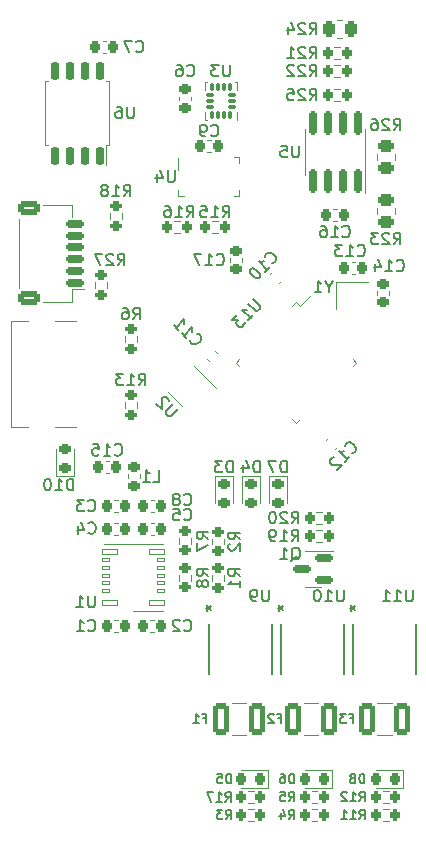
<source format=gbo>
G04 #@! TF.GenerationSoftware,KiCad,Pcbnew,7.0.5*
G04 #@! TF.CreationDate,2023-06-15T17:11:32+02:00*
G04 #@! TF.ProjectId,euroc_controller,6575726f-635f-4636-9f6e-74726f6c6c65,rev?*
G04 #@! TF.SameCoordinates,Original*
G04 #@! TF.FileFunction,Legend,Bot*
G04 #@! TF.FilePolarity,Positive*
%FSLAX46Y46*%
G04 Gerber Fmt 4.6, Leading zero omitted, Abs format (unit mm)*
G04 Created by KiCad (PCBNEW 7.0.5) date 2023-06-15 17:11:32*
%MOMM*%
%LPD*%
G01*
G04 APERTURE LIST*
G04 Aperture macros list*
%AMRoundRect*
0 Rectangle with rounded corners*
0 $1 Rounding radius*
0 $2 $3 $4 $5 $6 $7 $8 $9 X,Y pos of 4 corners*
0 Add a 4 corners polygon primitive as box body*
4,1,4,$2,$3,$4,$5,$6,$7,$8,$9,$2,$3,0*
0 Add four circle primitives for the rounded corners*
1,1,$1+$1,$2,$3*
1,1,$1+$1,$4,$5*
1,1,$1+$1,$6,$7*
1,1,$1+$1,$8,$9*
0 Add four rect primitives between the rounded corners*
20,1,$1+$1,$2,$3,$4,$5,0*
20,1,$1+$1,$4,$5,$6,$7,0*
20,1,$1+$1,$6,$7,$8,$9,0*
20,1,$1+$1,$8,$9,$2,$3,0*%
%AMFreePoly0*
4,1,13,0.750000,1.250000,1.250000,1.250000,1.250000,-1.250000,0.750000,-1.250000,0.750000,-2.300000,-0.750000,-2.300000,-0.750000,-1.250000,-1.250000,-1.250000,-1.250000,1.250000,-0.750000,1.250000,-0.750000,2.300000,0.750000,2.300000,0.750000,1.250000,0.750000,1.250000,$1*%
G04 Aperture macros list end*
%ADD10C,0.150000*%
%ADD11C,0.120000*%
%ADD12C,0.152400*%
%ADD13RoundRect,0.200000X0.275000X-0.200000X0.275000X0.200000X-0.275000X0.200000X-0.275000X-0.200000X0*%
%ADD14C,0.700000*%
%ADD15C,4.400000*%
%ADD16C,1.400000*%
%ADD17R,3.500000X3.500000*%
%ADD18C,3.500000*%
%ADD19RoundRect,0.200100X-0.949900X-0.949900X0.949900X-0.949900X0.949900X0.949900X-0.949900X0.949900X0*%
%ADD20C,2.500000*%
%ADD21R,2.100000X2.100000*%
%ADD22C,2.100000*%
%ADD23RoundRect,0.225000X0.250000X-0.225000X0.250000X0.225000X-0.250000X0.225000X-0.250000X-0.225000X0*%
%ADD24R,0.900000X0.800000*%
%ADD25RoundRect,0.200000X-0.275000X0.200000X-0.275000X-0.200000X0.275000X-0.200000X0.275000X0.200000X0*%
%ADD26RoundRect,0.150000X0.150000X-0.825000X0.150000X0.825000X-0.150000X0.825000X-0.150000X-0.825000X0*%
%ADD27RoundRect,0.087500X0.087500X-0.225000X0.087500X0.225000X-0.087500X0.225000X-0.087500X-0.225000X0*%
%ADD28RoundRect,0.087500X0.225000X-0.087500X0.225000X0.087500X-0.225000X0.087500X-0.225000X-0.087500X0*%
%ADD29RoundRect,0.200000X-0.200000X-0.275000X0.200000X-0.275000X0.200000X0.275000X-0.200000X0.275000X0*%
%ADD30RoundRect,0.225000X-0.225000X-0.250000X0.225000X-0.250000X0.225000X0.250000X-0.225000X0.250000X0*%
%ADD31RoundRect,0.250000X0.262500X0.450000X-0.262500X0.450000X-0.262500X-0.450000X0.262500X-0.450000X0*%
%ADD32RoundRect,0.250000X0.450000X-0.262500X0.450000X0.262500X-0.450000X0.262500X-0.450000X-0.262500X0*%
%ADD33RoundRect,0.225000X-0.017678X0.335876X-0.335876X0.017678X0.017678X-0.335876X0.335876X-0.017678X0*%
%ADD34RoundRect,0.218750X0.256250X-0.218750X0.256250X0.218750X-0.256250X0.218750X-0.256250X-0.218750X0*%
%ADD35RoundRect,0.250001X-0.462499X-1.074999X0.462499X-1.074999X0.462499X1.074999X-0.462499X1.074999X0*%
%ADD36RoundRect,0.218750X0.218750X0.256250X-0.218750X0.256250X-0.218750X-0.256250X0.218750X-0.256250X0*%
%ADD37RoundRect,0.150000X0.150000X-0.650000X0.150000X0.650000X-0.150000X0.650000X-0.150000X-0.650000X0*%
%ADD38RoundRect,0.225000X0.225000X0.250000X-0.225000X0.250000X-0.225000X-0.250000X0.225000X-0.250000X0*%
%ADD39RoundRect,0.200000X0.200000X0.275000X-0.200000X0.275000X-0.200000X-0.275000X0.200000X-0.275000X0*%
%ADD40RoundRect,0.218750X-0.256250X0.218750X-0.256250X-0.218750X0.256250X-0.218750X0.256250X0.218750X0*%
%ADD41RoundRect,0.225000X-0.250000X0.225000X-0.250000X-0.225000X0.250000X-0.225000X0.250000X0.225000X0*%
%ADD42RoundRect,0.150000X0.625000X-0.150000X0.625000X0.150000X-0.625000X0.150000X-0.625000X-0.150000X0*%
%ADD43RoundRect,0.250000X0.650000X-0.350000X0.650000X0.350000X-0.650000X0.350000X-0.650000X-0.350000X0*%
%ADD44RoundRect,0.225000X0.017678X-0.335876X0.335876X-0.017678X-0.017678X0.335876X-0.335876X0.017678X0*%
%ADD45RoundRect,0.075000X0.415425X0.521491X-0.521491X-0.415425X-0.415425X-0.521491X0.521491X0.415425X0*%
%ADD46RoundRect,0.075000X-0.415425X0.521491X-0.521491X0.415425X0.415425X-0.521491X0.521491X-0.415425X0*%
%ADD47RoundRect,0.050000X-0.650000X-0.200000X0.650000X-0.200000X0.650000X0.200000X-0.650000X0.200000X0*%
%ADD48RoundRect,0.050050X-0.299950X-0.124950X0.299950X-0.124950X0.299950X0.124950X-0.299950X0.124950X0*%
%ADD49FreePoly0,0.000000*%
%ADD50R,0.533400X1.460500*%
%ADD51RoundRect,0.225000X0.335876X0.017678X0.017678X0.335876X-0.335876X-0.017678X-0.017678X-0.335876X0*%
%ADD52RoundRect,0.150000X0.468458X-0.256326X-0.256326X0.468458X-0.468458X0.256326X0.256326X-0.468458X0*%
%ADD53RoundRect,0.150000X0.587500X0.150000X-0.587500X0.150000X-0.587500X-0.150000X0.587500X-0.150000X0*%
%ADD54R,0.550000X0.950000*%
%ADD55RoundRect,0.250000X-0.450000X0.262500X-0.450000X-0.262500X0.450000X-0.262500X0.450000X0.262500X0*%
%ADD56C,0.600000*%
%ADD57R,1.058000X0.600000*%
%ADD58R,1.160000X0.300000*%
%ADD59O,1.700000X0.900000*%
%ADD60O,2.000000X0.900000*%
G04 APERTURE END LIST*
D10*
X173108857Y-73352819D02*
X173442190Y-72876628D01*
X173680285Y-73352819D02*
X173680285Y-72352819D01*
X173680285Y-72352819D02*
X173299333Y-72352819D01*
X173299333Y-72352819D02*
X173204095Y-72400438D01*
X173204095Y-72400438D02*
X173156476Y-72448057D01*
X173156476Y-72448057D02*
X173108857Y-72543295D01*
X173108857Y-72543295D02*
X173108857Y-72686152D01*
X173108857Y-72686152D02*
X173156476Y-72781390D01*
X173156476Y-72781390D02*
X173204095Y-72829009D01*
X173204095Y-72829009D02*
X173299333Y-72876628D01*
X173299333Y-72876628D02*
X173680285Y-72876628D01*
X172727904Y-72448057D02*
X172680285Y-72400438D01*
X172680285Y-72400438D02*
X172585047Y-72352819D01*
X172585047Y-72352819D02*
X172346952Y-72352819D01*
X172346952Y-72352819D02*
X172251714Y-72400438D01*
X172251714Y-72400438D02*
X172204095Y-72448057D01*
X172204095Y-72448057D02*
X172156476Y-72543295D01*
X172156476Y-72543295D02*
X172156476Y-72638533D01*
X172156476Y-72638533D02*
X172204095Y-72781390D01*
X172204095Y-72781390D02*
X172775523Y-73352819D01*
X172775523Y-73352819D02*
X172156476Y-73352819D01*
X171823142Y-72352819D02*
X171156476Y-72352819D01*
X171156476Y-72352819D02*
X171585047Y-73352819D01*
X181490857Y-73257580D02*
X181538476Y-73305200D01*
X181538476Y-73305200D02*
X181681333Y-73352819D01*
X181681333Y-73352819D02*
X181776571Y-73352819D01*
X181776571Y-73352819D02*
X181919428Y-73305200D01*
X181919428Y-73305200D02*
X182014666Y-73209961D01*
X182014666Y-73209961D02*
X182062285Y-73114723D01*
X182062285Y-73114723D02*
X182109904Y-72924247D01*
X182109904Y-72924247D02*
X182109904Y-72781390D01*
X182109904Y-72781390D02*
X182062285Y-72590914D01*
X182062285Y-72590914D02*
X182014666Y-72495676D01*
X182014666Y-72495676D02*
X181919428Y-72400438D01*
X181919428Y-72400438D02*
X181776571Y-72352819D01*
X181776571Y-72352819D02*
X181681333Y-72352819D01*
X181681333Y-72352819D02*
X181538476Y-72400438D01*
X181538476Y-72400438D02*
X181490857Y-72448057D01*
X180538476Y-73352819D02*
X181109904Y-73352819D01*
X180824190Y-73352819D02*
X180824190Y-72352819D01*
X180824190Y-72352819D02*
X180919428Y-72495676D01*
X180919428Y-72495676D02*
X181014666Y-72590914D01*
X181014666Y-72590914D02*
X181109904Y-72638533D01*
X180205142Y-72352819D02*
X179538476Y-72352819D01*
X179538476Y-72352819D02*
X179967047Y-73352819D01*
X190976190Y-75162628D02*
X190976190Y-75638819D01*
X191309523Y-74638819D02*
X190976190Y-75162628D01*
X190976190Y-75162628D02*
X190642857Y-74638819D01*
X189785714Y-75638819D02*
X190357142Y-75638819D01*
X190071428Y-75638819D02*
X190071428Y-74638819D01*
X190071428Y-74638819D02*
X190166666Y-74781676D01*
X190166666Y-74781676D02*
X190261904Y-74876914D01*
X190261904Y-74876914D02*
X190357142Y-74924533D01*
X180794819Y-99627333D02*
X180318628Y-99294000D01*
X180794819Y-99055905D02*
X179794819Y-99055905D01*
X179794819Y-99055905D02*
X179794819Y-99436857D01*
X179794819Y-99436857D02*
X179842438Y-99532095D01*
X179842438Y-99532095D02*
X179890057Y-99579714D01*
X179890057Y-99579714D02*
X179985295Y-99627333D01*
X179985295Y-99627333D02*
X180128152Y-99627333D01*
X180128152Y-99627333D02*
X180223390Y-99579714D01*
X180223390Y-99579714D02*
X180271009Y-99532095D01*
X180271009Y-99532095D02*
X180318628Y-99436857D01*
X180318628Y-99436857D02*
X180318628Y-99055905D01*
X180223390Y-100198762D02*
X180175771Y-100103524D01*
X180175771Y-100103524D02*
X180128152Y-100055905D01*
X180128152Y-100055905D02*
X180032914Y-100008286D01*
X180032914Y-100008286D02*
X179985295Y-100008286D01*
X179985295Y-100008286D02*
X179890057Y-100055905D01*
X179890057Y-100055905D02*
X179842438Y-100103524D01*
X179842438Y-100103524D02*
X179794819Y-100198762D01*
X179794819Y-100198762D02*
X179794819Y-100389238D01*
X179794819Y-100389238D02*
X179842438Y-100484476D01*
X179842438Y-100484476D02*
X179890057Y-100532095D01*
X179890057Y-100532095D02*
X179985295Y-100579714D01*
X179985295Y-100579714D02*
X180032914Y-100579714D01*
X180032914Y-100579714D02*
X180128152Y-100532095D01*
X180128152Y-100532095D02*
X180175771Y-100484476D01*
X180175771Y-100484476D02*
X180223390Y-100389238D01*
X180223390Y-100389238D02*
X180223390Y-100198762D01*
X180223390Y-100198762D02*
X180271009Y-100103524D01*
X180271009Y-100103524D02*
X180318628Y-100055905D01*
X180318628Y-100055905D02*
X180413866Y-100008286D01*
X180413866Y-100008286D02*
X180604342Y-100008286D01*
X180604342Y-100008286D02*
X180699580Y-100055905D01*
X180699580Y-100055905D02*
X180747200Y-100103524D01*
X180747200Y-100103524D02*
X180794819Y-100198762D01*
X180794819Y-100198762D02*
X180794819Y-100389238D01*
X180794819Y-100389238D02*
X180747200Y-100484476D01*
X180747200Y-100484476D02*
X180699580Y-100532095D01*
X180699580Y-100532095D02*
X180604342Y-100579714D01*
X180604342Y-100579714D02*
X180413866Y-100579714D01*
X180413866Y-100579714D02*
X180318628Y-100532095D01*
X180318628Y-100532095D02*
X180271009Y-100484476D01*
X180271009Y-100484476D02*
X180223390Y-100389238D01*
X188467904Y-63208819D02*
X188467904Y-64018342D01*
X188467904Y-64018342D02*
X188420285Y-64113580D01*
X188420285Y-64113580D02*
X188372666Y-64161200D01*
X188372666Y-64161200D02*
X188277428Y-64208819D01*
X188277428Y-64208819D02*
X188086952Y-64208819D01*
X188086952Y-64208819D02*
X187991714Y-64161200D01*
X187991714Y-64161200D02*
X187944095Y-64113580D01*
X187944095Y-64113580D02*
X187896476Y-64018342D01*
X187896476Y-64018342D02*
X187896476Y-63208819D01*
X186944095Y-63208819D02*
X187420285Y-63208819D01*
X187420285Y-63208819D02*
X187467904Y-63685009D01*
X187467904Y-63685009D02*
X187420285Y-63637390D01*
X187420285Y-63637390D02*
X187325047Y-63589771D01*
X187325047Y-63589771D02*
X187086952Y-63589771D01*
X187086952Y-63589771D02*
X186991714Y-63637390D01*
X186991714Y-63637390D02*
X186944095Y-63685009D01*
X186944095Y-63685009D02*
X186896476Y-63780247D01*
X186896476Y-63780247D02*
X186896476Y-64018342D01*
X186896476Y-64018342D02*
X186944095Y-64113580D01*
X186944095Y-64113580D02*
X186991714Y-64161200D01*
X186991714Y-64161200D02*
X187086952Y-64208819D01*
X187086952Y-64208819D02*
X187325047Y-64208819D01*
X187325047Y-64208819D02*
X187420285Y-64161200D01*
X187420285Y-64161200D02*
X187467904Y-64113580D01*
X182625904Y-56350819D02*
X182625904Y-57160342D01*
X182625904Y-57160342D02*
X182578285Y-57255580D01*
X182578285Y-57255580D02*
X182530666Y-57303200D01*
X182530666Y-57303200D02*
X182435428Y-57350819D01*
X182435428Y-57350819D02*
X182244952Y-57350819D01*
X182244952Y-57350819D02*
X182149714Y-57303200D01*
X182149714Y-57303200D02*
X182102095Y-57255580D01*
X182102095Y-57255580D02*
X182054476Y-57160342D01*
X182054476Y-57160342D02*
X182054476Y-56350819D01*
X181673523Y-56350819D02*
X181054476Y-56350819D01*
X181054476Y-56350819D02*
X181387809Y-56731771D01*
X181387809Y-56731771D02*
X181244952Y-56731771D01*
X181244952Y-56731771D02*
X181149714Y-56779390D01*
X181149714Y-56779390D02*
X181102095Y-56827009D01*
X181102095Y-56827009D02*
X181054476Y-56922247D01*
X181054476Y-56922247D02*
X181054476Y-57160342D01*
X181054476Y-57160342D02*
X181102095Y-57255580D01*
X181102095Y-57255580D02*
X181149714Y-57303200D01*
X181149714Y-57303200D02*
X181244952Y-57350819D01*
X181244952Y-57350819D02*
X181530666Y-57350819D01*
X181530666Y-57350819D02*
X181625904Y-57303200D01*
X181625904Y-57303200D02*
X181673523Y-57255580D01*
X183494819Y-96544333D02*
X183018628Y-96211000D01*
X183494819Y-95972905D02*
X182494819Y-95972905D01*
X182494819Y-95972905D02*
X182494819Y-96353857D01*
X182494819Y-96353857D02*
X182542438Y-96449095D01*
X182542438Y-96449095D02*
X182590057Y-96496714D01*
X182590057Y-96496714D02*
X182685295Y-96544333D01*
X182685295Y-96544333D02*
X182828152Y-96544333D01*
X182828152Y-96544333D02*
X182923390Y-96496714D01*
X182923390Y-96496714D02*
X182971009Y-96449095D01*
X182971009Y-96449095D02*
X183018628Y-96353857D01*
X183018628Y-96353857D02*
X183018628Y-95972905D01*
X182590057Y-96925286D02*
X182542438Y-96972905D01*
X182542438Y-96972905D02*
X182494819Y-97068143D01*
X182494819Y-97068143D02*
X182494819Y-97306238D01*
X182494819Y-97306238D02*
X182542438Y-97401476D01*
X182542438Y-97401476D02*
X182590057Y-97449095D01*
X182590057Y-97449095D02*
X182685295Y-97496714D01*
X182685295Y-97496714D02*
X182780533Y-97496714D01*
X182780533Y-97496714D02*
X182923390Y-97449095D01*
X182923390Y-97449095D02*
X183494819Y-96877667D01*
X183494819Y-96877667D02*
X183494819Y-97496714D01*
X189364857Y-55826819D02*
X189698190Y-55350628D01*
X189936285Y-55826819D02*
X189936285Y-54826819D01*
X189936285Y-54826819D02*
X189555333Y-54826819D01*
X189555333Y-54826819D02*
X189460095Y-54874438D01*
X189460095Y-54874438D02*
X189412476Y-54922057D01*
X189412476Y-54922057D02*
X189364857Y-55017295D01*
X189364857Y-55017295D02*
X189364857Y-55160152D01*
X189364857Y-55160152D02*
X189412476Y-55255390D01*
X189412476Y-55255390D02*
X189460095Y-55303009D01*
X189460095Y-55303009D02*
X189555333Y-55350628D01*
X189555333Y-55350628D02*
X189936285Y-55350628D01*
X188983904Y-54922057D02*
X188936285Y-54874438D01*
X188936285Y-54874438D02*
X188841047Y-54826819D01*
X188841047Y-54826819D02*
X188602952Y-54826819D01*
X188602952Y-54826819D02*
X188507714Y-54874438D01*
X188507714Y-54874438D02*
X188460095Y-54922057D01*
X188460095Y-54922057D02*
X188412476Y-55017295D01*
X188412476Y-55017295D02*
X188412476Y-55112533D01*
X188412476Y-55112533D02*
X188460095Y-55255390D01*
X188460095Y-55255390D02*
X189031523Y-55826819D01*
X189031523Y-55826819D02*
X188412476Y-55826819D01*
X187460095Y-55826819D02*
X188031523Y-55826819D01*
X187745809Y-55826819D02*
X187745809Y-54826819D01*
X187745809Y-54826819D02*
X187841047Y-54969676D01*
X187841047Y-54969676D02*
X187936285Y-55064914D01*
X187936285Y-55064914D02*
X188031523Y-55112533D01*
X170627624Y-95986065D02*
X170675243Y-96033685D01*
X170675243Y-96033685D02*
X170818100Y-96081304D01*
X170818100Y-96081304D02*
X170913338Y-96081304D01*
X170913338Y-96081304D02*
X171056195Y-96033685D01*
X171056195Y-96033685D02*
X171151433Y-95938446D01*
X171151433Y-95938446D02*
X171199052Y-95843208D01*
X171199052Y-95843208D02*
X171246671Y-95652732D01*
X171246671Y-95652732D02*
X171246671Y-95509875D01*
X171246671Y-95509875D02*
X171199052Y-95319399D01*
X171199052Y-95319399D02*
X171151433Y-95224161D01*
X171151433Y-95224161D02*
X171056195Y-95128923D01*
X171056195Y-95128923D02*
X170913338Y-95081304D01*
X170913338Y-95081304D02*
X170818100Y-95081304D01*
X170818100Y-95081304D02*
X170675243Y-95128923D01*
X170675243Y-95128923D02*
X170627624Y-95176542D01*
X169770481Y-95414637D02*
X169770481Y-96081304D01*
X170008576Y-95033685D02*
X170246671Y-95747970D01*
X170246671Y-95747970D02*
X169627624Y-95747970D01*
X189364857Y-53794819D02*
X189698190Y-53318628D01*
X189936285Y-53794819D02*
X189936285Y-52794819D01*
X189936285Y-52794819D02*
X189555333Y-52794819D01*
X189555333Y-52794819D02*
X189460095Y-52842438D01*
X189460095Y-52842438D02*
X189412476Y-52890057D01*
X189412476Y-52890057D02*
X189364857Y-52985295D01*
X189364857Y-52985295D02*
X189364857Y-53128152D01*
X189364857Y-53128152D02*
X189412476Y-53223390D01*
X189412476Y-53223390D02*
X189460095Y-53271009D01*
X189460095Y-53271009D02*
X189555333Y-53318628D01*
X189555333Y-53318628D02*
X189936285Y-53318628D01*
X188983904Y-52890057D02*
X188936285Y-52842438D01*
X188936285Y-52842438D02*
X188841047Y-52794819D01*
X188841047Y-52794819D02*
X188602952Y-52794819D01*
X188602952Y-52794819D02*
X188507714Y-52842438D01*
X188507714Y-52842438D02*
X188460095Y-52890057D01*
X188460095Y-52890057D02*
X188412476Y-52985295D01*
X188412476Y-52985295D02*
X188412476Y-53080533D01*
X188412476Y-53080533D02*
X188460095Y-53223390D01*
X188460095Y-53223390D02*
X189031523Y-53794819D01*
X189031523Y-53794819D02*
X188412476Y-53794819D01*
X187555333Y-53128152D02*
X187555333Y-53794819D01*
X187793428Y-52747200D02*
X188031523Y-53461485D01*
X188031523Y-53461485D02*
X187412476Y-53461485D01*
X196476857Y-71574819D02*
X196810190Y-71098628D01*
X197048285Y-71574819D02*
X197048285Y-70574819D01*
X197048285Y-70574819D02*
X196667333Y-70574819D01*
X196667333Y-70574819D02*
X196572095Y-70622438D01*
X196572095Y-70622438D02*
X196524476Y-70670057D01*
X196524476Y-70670057D02*
X196476857Y-70765295D01*
X196476857Y-70765295D02*
X196476857Y-70908152D01*
X196476857Y-70908152D02*
X196524476Y-71003390D01*
X196524476Y-71003390D02*
X196572095Y-71051009D01*
X196572095Y-71051009D02*
X196667333Y-71098628D01*
X196667333Y-71098628D02*
X197048285Y-71098628D01*
X196095904Y-70670057D02*
X196048285Y-70622438D01*
X196048285Y-70622438D02*
X195953047Y-70574819D01*
X195953047Y-70574819D02*
X195714952Y-70574819D01*
X195714952Y-70574819D02*
X195619714Y-70622438D01*
X195619714Y-70622438D02*
X195572095Y-70670057D01*
X195572095Y-70670057D02*
X195524476Y-70765295D01*
X195524476Y-70765295D02*
X195524476Y-70860533D01*
X195524476Y-70860533D02*
X195572095Y-71003390D01*
X195572095Y-71003390D02*
X196143523Y-71574819D01*
X196143523Y-71574819D02*
X195524476Y-71574819D01*
X195191142Y-70574819D02*
X194572095Y-70574819D01*
X194572095Y-70574819D02*
X194905428Y-70955771D01*
X194905428Y-70955771D02*
X194762571Y-70955771D01*
X194762571Y-70955771D02*
X194667333Y-71003390D01*
X194667333Y-71003390D02*
X194619714Y-71051009D01*
X194619714Y-71051009D02*
X194572095Y-71146247D01*
X194572095Y-71146247D02*
X194572095Y-71384342D01*
X194572095Y-71384342D02*
X194619714Y-71479580D01*
X194619714Y-71479580D02*
X194667333Y-71527200D01*
X194667333Y-71527200D02*
X194762571Y-71574819D01*
X194762571Y-71574819D02*
X195048285Y-71574819D01*
X195048285Y-71574819D02*
X195143523Y-71527200D01*
X195143523Y-71527200D02*
X195191142Y-71479580D01*
X186173675Y-73170522D02*
X186241019Y-73170522D01*
X186241019Y-73170522D02*
X186375706Y-73103178D01*
X186375706Y-73103178D02*
X186443049Y-73035835D01*
X186443049Y-73035835D02*
X186510393Y-72901148D01*
X186510393Y-72901148D02*
X186510393Y-72766461D01*
X186510393Y-72766461D02*
X186476721Y-72665446D01*
X186476721Y-72665446D02*
X186375706Y-72497087D01*
X186375706Y-72497087D02*
X186274691Y-72396072D01*
X186274691Y-72396072D02*
X186106332Y-72295056D01*
X186106332Y-72295056D02*
X186005317Y-72261385D01*
X186005317Y-72261385D02*
X185870630Y-72261385D01*
X185870630Y-72261385D02*
X185735943Y-72328728D01*
X185735943Y-72328728D02*
X185668599Y-72396072D01*
X185668599Y-72396072D02*
X185601256Y-72530759D01*
X185601256Y-72530759D02*
X185601256Y-72598102D01*
X185567584Y-73911300D02*
X185971645Y-73507239D01*
X185769614Y-73709270D02*
X185062508Y-73002163D01*
X185062508Y-73002163D02*
X185230866Y-73035835D01*
X185230866Y-73035835D02*
X185365553Y-73035835D01*
X185365553Y-73035835D02*
X185466569Y-73002163D01*
X184422744Y-73641927D02*
X184355401Y-73709270D01*
X184355401Y-73709270D02*
X184321729Y-73810285D01*
X184321729Y-73810285D02*
X184321729Y-73877629D01*
X184321729Y-73877629D02*
X184355401Y-73978644D01*
X184355401Y-73978644D02*
X184456416Y-74147003D01*
X184456416Y-74147003D02*
X184624775Y-74315362D01*
X184624775Y-74315362D02*
X184793133Y-74416377D01*
X184793133Y-74416377D02*
X184894149Y-74450049D01*
X184894149Y-74450049D02*
X184961492Y-74450049D01*
X184961492Y-74450049D02*
X185062507Y-74416377D01*
X185062507Y-74416377D02*
X185129851Y-74349033D01*
X185129851Y-74349033D02*
X185163523Y-74248018D01*
X185163523Y-74248018D02*
X185163523Y-74180675D01*
X185163523Y-74180675D02*
X185129851Y-74079659D01*
X185129851Y-74079659D02*
X185028836Y-73911301D01*
X185028836Y-73911301D02*
X184860477Y-73742942D01*
X184860477Y-73742942D02*
X184692118Y-73641927D01*
X184692118Y-73641927D02*
X184591103Y-73608255D01*
X184591103Y-73608255D02*
X184523759Y-73608255D01*
X184523759Y-73608255D02*
X184422744Y-73641927D01*
X193554285Y-120250295D02*
X193820952Y-119869342D01*
X194011428Y-120250295D02*
X194011428Y-119450295D01*
X194011428Y-119450295D02*
X193706666Y-119450295D01*
X193706666Y-119450295D02*
X193630476Y-119488390D01*
X193630476Y-119488390D02*
X193592381Y-119526485D01*
X193592381Y-119526485D02*
X193554285Y-119602676D01*
X193554285Y-119602676D02*
X193554285Y-119716961D01*
X193554285Y-119716961D02*
X193592381Y-119793152D01*
X193592381Y-119793152D02*
X193630476Y-119831247D01*
X193630476Y-119831247D02*
X193706666Y-119869342D01*
X193706666Y-119869342D02*
X194011428Y-119869342D01*
X192792381Y-120250295D02*
X193249524Y-120250295D01*
X193020952Y-120250295D02*
X193020952Y-119450295D01*
X193020952Y-119450295D02*
X193097143Y-119564580D01*
X193097143Y-119564580D02*
X193173333Y-119640771D01*
X193173333Y-119640771D02*
X193249524Y-119678866D01*
X192030476Y-120250295D02*
X192487619Y-120250295D01*
X192259047Y-120250295D02*
X192259047Y-119450295D01*
X192259047Y-119450295D02*
X192335238Y-119564580D01*
X192335238Y-119564580D02*
X192411428Y-119640771D01*
X192411428Y-119640771D02*
X192487619Y-119678866D01*
X169362285Y-92402819D02*
X169362285Y-91402819D01*
X169362285Y-91402819D02*
X169124190Y-91402819D01*
X169124190Y-91402819D02*
X168981333Y-91450438D01*
X168981333Y-91450438D02*
X168886095Y-91545676D01*
X168886095Y-91545676D02*
X168838476Y-91640914D01*
X168838476Y-91640914D02*
X168790857Y-91831390D01*
X168790857Y-91831390D02*
X168790857Y-91974247D01*
X168790857Y-91974247D02*
X168838476Y-92164723D01*
X168838476Y-92164723D02*
X168886095Y-92259961D01*
X168886095Y-92259961D02*
X168981333Y-92355200D01*
X168981333Y-92355200D02*
X169124190Y-92402819D01*
X169124190Y-92402819D02*
X169362285Y-92402819D01*
X167838476Y-92402819D02*
X168409904Y-92402819D01*
X168124190Y-92402819D02*
X168124190Y-91402819D01*
X168124190Y-91402819D02*
X168219428Y-91545676D01*
X168219428Y-91545676D02*
X168314666Y-91640914D01*
X168314666Y-91640914D02*
X168409904Y-91688533D01*
X167219428Y-91402819D02*
X167124190Y-91402819D01*
X167124190Y-91402819D02*
X167028952Y-91450438D01*
X167028952Y-91450438D02*
X166981333Y-91498057D01*
X166981333Y-91498057D02*
X166933714Y-91593295D01*
X166933714Y-91593295D02*
X166886095Y-91783771D01*
X166886095Y-91783771D02*
X166886095Y-92021866D01*
X166886095Y-92021866D02*
X166933714Y-92212342D01*
X166933714Y-92212342D02*
X166981333Y-92307580D01*
X166981333Y-92307580D02*
X167028952Y-92355200D01*
X167028952Y-92355200D02*
X167124190Y-92402819D01*
X167124190Y-92402819D02*
X167219428Y-92402819D01*
X167219428Y-92402819D02*
X167314666Y-92355200D01*
X167314666Y-92355200D02*
X167362285Y-92307580D01*
X167362285Y-92307580D02*
X167409904Y-92212342D01*
X167409904Y-92212342D02*
X167457523Y-92021866D01*
X167457523Y-92021866D02*
X167457523Y-91783771D01*
X167457523Y-91783771D02*
X167409904Y-91593295D01*
X167409904Y-91593295D02*
X167362285Y-91498057D01*
X167362285Y-91498057D02*
X167314666Y-91450438D01*
X167314666Y-91450438D02*
X167219428Y-91402819D01*
X192798666Y-111703247D02*
X193065332Y-111703247D01*
X193065332Y-112122295D02*
X193065332Y-111322295D01*
X193065332Y-111322295D02*
X192684380Y-111322295D01*
X192455809Y-111322295D02*
X191960571Y-111322295D01*
X191960571Y-111322295D02*
X192227237Y-111627057D01*
X192227237Y-111627057D02*
X192112952Y-111627057D01*
X192112952Y-111627057D02*
X192036761Y-111665152D01*
X192036761Y-111665152D02*
X191998666Y-111703247D01*
X191998666Y-111703247D02*
X191960571Y-111779438D01*
X191960571Y-111779438D02*
X191960571Y-111969914D01*
X191960571Y-111969914D02*
X191998666Y-112046104D01*
X191998666Y-112046104D02*
X192036761Y-112084200D01*
X192036761Y-112084200D02*
X192112952Y-112122295D01*
X192112952Y-112122295D02*
X192341523Y-112122295D01*
X192341523Y-112122295D02*
X192417714Y-112084200D01*
X192417714Y-112084200D02*
X192455809Y-112046104D01*
X182708475Y-117202295D02*
X182708475Y-116402295D01*
X182708475Y-116402295D02*
X182517999Y-116402295D01*
X182517999Y-116402295D02*
X182403713Y-116440390D01*
X182403713Y-116440390D02*
X182327523Y-116516580D01*
X182327523Y-116516580D02*
X182289428Y-116592771D01*
X182289428Y-116592771D02*
X182251332Y-116745152D01*
X182251332Y-116745152D02*
X182251332Y-116859438D01*
X182251332Y-116859438D02*
X182289428Y-117011819D01*
X182289428Y-117011819D02*
X182327523Y-117088009D01*
X182327523Y-117088009D02*
X182403713Y-117164200D01*
X182403713Y-117164200D02*
X182517999Y-117202295D01*
X182517999Y-117202295D02*
X182708475Y-117202295D01*
X181527523Y-116402295D02*
X181908475Y-116402295D01*
X181908475Y-116402295D02*
X181946571Y-116783247D01*
X181946571Y-116783247D02*
X181908475Y-116745152D01*
X181908475Y-116745152D02*
X181832285Y-116707057D01*
X181832285Y-116707057D02*
X181641809Y-116707057D01*
X181641809Y-116707057D02*
X181565618Y-116745152D01*
X181565618Y-116745152D02*
X181527523Y-116783247D01*
X181527523Y-116783247D02*
X181489428Y-116859438D01*
X181489428Y-116859438D02*
X181489428Y-117049914D01*
X181489428Y-117049914D02*
X181527523Y-117126104D01*
X181527523Y-117126104D02*
X181565618Y-117164200D01*
X181565618Y-117164200D02*
X181641809Y-117202295D01*
X181641809Y-117202295D02*
X181832285Y-117202295D01*
X181832285Y-117202295D02*
X181908475Y-117164200D01*
X181908475Y-117164200D02*
X181946571Y-117126104D01*
X176094666Y-91653819D02*
X176570856Y-91653819D01*
X176570856Y-91653819D02*
X176570856Y-90653819D01*
X175237523Y-91653819D02*
X175808951Y-91653819D01*
X175523237Y-91653819D02*
X175523237Y-90653819D01*
X175523237Y-90653819D02*
X175618475Y-90796676D01*
X175618475Y-90796676D02*
X175713713Y-90891914D01*
X175713713Y-90891914D02*
X175808951Y-90939533D01*
X174497904Y-59906819D02*
X174497904Y-60716342D01*
X174497904Y-60716342D02*
X174450285Y-60811580D01*
X174450285Y-60811580D02*
X174402666Y-60859200D01*
X174402666Y-60859200D02*
X174307428Y-60906819D01*
X174307428Y-60906819D02*
X174116952Y-60906819D01*
X174116952Y-60906819D02*
X174021714Y-60859200D01*
X174021714Y-60859200D02*
X173974095Y-60811580D01*
X173974095Y-60811580D02*
X173926476Y-60716342D01*
X173926476Y-60716342D02*
X173926476Y-59906819D01*
X173021714Y-59906819D02*
X173212190Y-59906819D01*
X173212190Y-59906819D02*
X173307428Y-59954438D01*
X173307428Y-59954438D02*
X173355047Y-60002057D01*
X173355047Y-60002057D02*
X173450285Y-60144914D01*
X173450285Y-60144914D02*
X173497904Y-60335390D01*
X173497904Y-60335390D02*
X173497904Y-60716342D01*
X173497904Y-60716342D02*
X173450285Y-60811580D01*
X173450285Y-60811580D02*
X173402666Y-60859200D01*
X173402666Y-60859200D02*
X173307428Y-60906819D01*
X173307428Y-60906819D02*
X173116952Y-60906819D01*
X173116952Y-60906819D02*
X173021714Y-60859200D01*
X173021714Y-60859200D02*
X172974095Y-60811580D01*
X172974095Y-60811580D02*
X172926476Y-60716342D01*
X172926476Y-60716342D02*
X172926476Y-60478247D01*
X172926476Y-60478247D02*
X172974095Y-60383009D01*
X172974095Y-60383009D02*
X173021714Y-60335390D01*
X173021714Y-60335390D02*
X173116952Y-60287771D01*
X173116952Y-60287771D02*
X173307428Y-60287771D01*
X173307428Y-60287771D02*
X173402666Y-60335390D01*
X173402666Y-60335390D02*
X173450285Y-60383009D01*
X173450285Y-60383009D02*
X173497904Y-60478247D01*
X178728666Y-94847580D02*
X178776285Y-94895200D01*
X178776285Y-94895200D02*
X178919142Y-94942819D01*
X178919142Y-94942819D02*
X179014380Y-94942819D01*
X179014380Y-94942819D02*
X179157237Y-94895200D01*
X179157237Y-94895200D02*
X179252475Y-94799961D01*
X179252475Y-94799961D02*
X179300094Y-94704723D01*
X179300094Y-94704723D02*
X179347713Y-94514247D01*
X179347713Y-94514247D02*
X179347713Y-94371390D01*
X179347713Y-94371390D02*
X179300094Y-94180914D01*
X179300094Y-94180914D02*
X179252475Y-94085676D01*
X179252475Y-94085676D02*
X179157237Y-93990438D01*
X179157237Y-93990438D02*
X179014380Y-93942819D01*
X179014380Y-93942819D02*
X178919142Y-93942819D01*
X178919142Y-93942819D02*
X178776285Y-93990438D01*
X178776285Y-93990438D02*
X178728666Y-94038057D01*
X177823904Y-93942819D02*
X178300094Y-93942819D01*
X178300094Y-93942819D02*
X178347713Y-94419009D01*
X178347713Y-94419009D02*
X178300094Y-94371390D01*
X178300094Y-94371390D02*
X178204856Y-94323771D01*
X178204856Y-94323771D02*
X177966761Y-94323771D01*
X177966761Y-94323771D02*
X177871523Y-94371390D01*
X177871523Y-94371390D02*
X177823904Y-94419009D01*
X177823904Y-94419009D02*
X177776285Y-94514247D01*
X177776285Y-94514247D02*
X177776285Y-94752342D01*
X177776285Y-94752342D02*
X177823904Y-94847580D01*
X177823904Y-94847580D02*
X177871523Y-94895200D01*
X177871523Y-94895200D02*
X177966761Y-94942819D01*
X177966761Y-94942819D02*
X178204856Y-94942819D01*
X178204856Y-94942819D02*
X178300094Y-94895200D01*
X178300094Y-94895200D02*
X178347713Y-94847580D01*
X174886857Y-83512819D02*
X175220190Y-83036628D01*
X175458285Y-83512819D02*
X175458285Y-82512819D01*
X175458285Y-82512819D02*
X175077333Y-82512819D01*
X175077333Y-82512819D02*
X174982095Y-82560438D01*
X174982095Y-82560438D02*
X174934476Y-82608057D01*
X174934476Y-82608057D02*
X174886857Y-82703295D01*
X174886857Y-82703295D02*
X174886857Y-82846152D01*
X174886857Y-82846152D02*
X174934476Y-82941390D01*
X174934476Y-82941390D02*
X174982095Y-82989009D01*
X174982095Y-82989009D02*
X175077333Y-83036628D01*
X175077333Y-83036628D02*
X175458285Y-83036628D01*
X173934476Y-83512819D02*
X174505904Y-83512819D01*
X174220190Y-83512819D02*
X174220190Y-82512819D01*
X174220190Y-82512819D02*
X174315428Y-82655676D01*
X174315428Y-82655676D02*
X174410666Y-82750914D01*
X174410666Y-82750914D02*
X174505904Y-82798533D01*
X173601142Y-82512819D02*
X172982095Y-82512819D01*
X172982095Y-82512819D02*
X173315428Y-82893771D01*
X173315428Y-82893771D02*
X173172571Y-82893771D01*
X173172571Y-82893771D02*
X173077333Y-82941390D01*
X173077333Y-82941390D02*
X173029714Y-82989009D01*
X173029714Y-82989009D02*
X172982095Y-83084247D01*
X172982095Y-83084247D02*
X172982095Y-83322342D01*
X172982095Y-83322342D02*
X173029714Y-83417580D01*
X173029714Y-83417580D02*
X173077333Y-83465200D01*
X173077333Y-83465200D02*
X173172571Y-83512819D01*
X173172571Y-83512819D02*
X173458285Y-83512819D01*
X173458285Y-83512819D02*
X173553523Y-83465200D01*
X173553523Y-83465200D02*
X173601142Y-83417580D01*
X172867857Y-89353580D02*
X172915476Y-89401200D01*
X172915476Y-89401200D02*
X173058333Y-89448819D01*
X173058333Y-89448819D02*
X173153571Y-89448819D01*
X173153571Y-89448819D02*
X173296428Y-89401200D01*
X173296428Y-89401200D02*
X173391666Y-89305961D01*
X173391666Y-89305961D02*
X173439285Y-89210723D01*
X173439285Y-89210723D02*
X173486904Y-89020247D01*
X173486904Y-89020247D02*
X173486904Y-88877390D01*
X173486904Y-88877390D02*
X173439285Y-88686914D01*
X173439285Y-88686914D02*
X173391666Y-88591676D01*
X173391666Y-88591676D02*
X173296428Y-88496438D01*
X173296428Y-88496438D02*
X173153571Y-88448819D01*
X173153571Y-88448819D02*
X173058333Y-88448819D01*
X173058333Y-88448819D02*
X172915476Y-88496438D01*
X172915476Y-88496438D02*
X172867857Y-88544057D01*
X171915476Y-89448819D02*
X172486904Y-89448819D01*
X172201190Y-89448819D02*
X172201190Y-88448819D01*
X172201190Y-88448819D02*
X172296428Y-88591676D01*
X172296428Y-88591676D02*
X172391666Y-88686914D01*
X172391666Y-88686914D02*
X172486904Y-88734533D01*
X171010714Y-88448819D02*
X171486904Y-88448819D01*
X171486904Y-88448819D02*
X171534523Y-88925009D01*
X171534523Y-88925009D02*
X171486904Y-88877390D01*
X171486904Y-88877390D02*
X171391666Y-88829771D01*
X171391666Y-88829771D02*
X171153571Y-88829771D01*
X171153571Y-88829771D02*
X171058333Y-88877390D01*
X171058333Y-88877390D02*
X171010714Y-88925009D01*
X171010714Y-88925009D02*
X170963095Y-89020247D01*
X170963095Y-89020247D02*
X170963095Y-89258342D01*
X170963095Y-89258342D02*
X171010714Y-89353580D01*
X171010714Y-89353580D02*
X171058333Y-89401200D01*
X171058333Y-89401200D02*
X171153571Y-89448819D01*
X171153571Y-89448819D02*
X171391666Y-89448819D01*
X171391666Y-89448819D02*
X171486904Y-89401200D01*
X171486904Y-89401200D02*
X171534523Y-89353580D01*
X183494819Y-99655333D02*
X183018628Y-99322000D01*
X183494819Y-99083905D02*
X182494819Y-99083905D01*
X182494819Y-99083905D02*
X182494819Y-99464857D01*
X182494819Y-99464857D02*
X182542438Y-99560095D01*
X182542438Y-99560095D02*
X182590057Y-99607714D01*
X182590057Y-99607714D02*
X182685295Y-99655333D01*
X182685295Y-99655333D02*
X182828152Y-99655333D01*
X182828152Y-99655333D02*
X182923390Y-99607714D01*
X182923390Y-99607714D02*
X182971009Y-99560095D01*
X182971009Y-99560095D02*
X183018628Y-99464857D01*
X183018628Y-99464857D02*
X183018628Y-99083905D01*
X183494819Y-100607714D02*
X183494819Y-100036286D01*
X183494819Y-100322000D02*
X182494819Y-100322000D01*
X182494819Y-100322000D02*
X182637676Y-100226762D01*
X182637676Y-100226762D02*
X182732914Y-100131524D01*
X182732914Y-100131524D02*
X182780533Y-100036286D01*
X187840857Y-95196819D02*
X188174190Y-94720628D01*
X188412285Y-95196819D02*
X188412285Y-94196819D01*
X188412285Y-94196819D02*
X188031333Y-94196819D01*
X188031333Y-94196819D02*
X187936095Y-94244438D01*
X187936095Y-94244438D02*
X187888476Y-94292057D01*
X187888476Y-94292057D02*
X187840857Y-94387295D01*
X187840857Y-94387295D02*
X187840857Y-94530152D01*
X187840857Y-94530152D02*
X187888476Y-94625390D01*
X187888476Y-94625390D02*
X187936095Y-94673009D01*
X187936095Y-94673009D02*
X188031333Y-94720628D01*
X188031333Y-94720628D02*
X188412285Y-94720628D01*
X187459904Y-94292057D02*
X187412285Y-94244438D01*
X187412285Y-94244438D02*
X187317047Y-94196819D01*
X187317047Y-94196819D02*
X187078952Y-94196819D01*
X187078952Y-94196819D02*
X186983714Y-94244438D01*
X186983714Y-94244438D02*
X186936095Y-94292057D01*
X186936095Y-94292057D02*
X186888476Y-94387295D01*
X186888476Y-94387295D02*
X186888476Y-94482533D01*
X186888476Y-94482533D02*
X186936095Y-94625390D01*
X186936095Y-94625390D02*
X187507523Y-95196819D01*
X187507523Y-95196819D02*
X186888476Y-95196819D01*
X186269428Y-94196819D02*
X186174190Y-94196819D01*
X186174190Y-94196819D02*
X186078952Y-94244438D01*
X186078952Y-94244438D02*
X186031333Y-94292057D01*
X186031333Y-94292057D02*
X185983714Y-94387295D01*
X185983714Y-94387295D02*
X185936095Y-94577771D01*
X185936095Y-94577771D02*
X185936095Y-94815866D01*
X185936095Y-94815866D02*
X185983714Y-95006342D01*
X185983714Y-95006342D02*
X186031333Y-95101580D01*
X186031333Y-95101580D02*
X186078952Y-95149200D01*
X186078952Y-95149200D02*
X186174190Y-95196819D01*
X186174190Y-95196819D02*
X186269428Y-95196819D01*
X186269428Y-95196819D02*
X186364666Y-95149200D01*
X186364666Y-95149200D02*
X186412285Y-95101580D01*
X186412285Y-95101580D02*
X186459904Y-95006342D01*
X186459904Y-95006342D02*
X186507523Y-94815866D01*
X186507523Y-94815866D02*
X186507523Y-94577771D01*
X186507523Y-94577771D02*
X186459904Y-94387295D01*
X186459904Y-94387295D02*
X186412285Y-94292057D01*
X186412285Y-94292057D02*
X186364666Y-94244438D01*
X186364666Y-94244438D02*
X186269428Y-94196819D01*
X170600666Y-104245580D02*
X170648285Y-104293200D01*
X170648285Y-104293200D02*
X170791142Y-104340819D01*
X170791142Y-104340819D02*
X170886380Y-104340819D01*
X170886380Y-104340819D02*
X171029237Y-104293200D01*
X171029237Y-104293200D02*
X171124475Y-104197961D01*
X171124475Y-104197961D02*
X171172094Y-104102723D01*
X171172094Y-104102723D02*
X171219713Y-103912247D01*
X171219713Y-103912247D02*
X171219713Y-103769390D01*
X171219713Y-103769390D02*
X171172094Y-103578914D01*
X171172094Y-103578914D02*
X171124475Y-103483676D01*
X171124475Y-103483676D02*
X171029237Y-103388438D01*
X171029237Y-103388438D02*
X170886380Y-103340819D01*
X170886380Y-103340819D02*
X170791142Y-103340819D01*
X170791142Y-103340819D02*
X170648285Y-103388438D01*
X170648285Y-103388438D02*
X170600666Y-103436057D01*
X169648285Y-104340819D02*
X170219713Y-104340819D01*
X169933999Y-104340819D02*
X169933999Y-103340819D01*
X169933999Y-103340819D02*
X170029237Y-103483676D01*
X170029237Y-103483676D02*
X170124475Y-103578914D01*
X170124475Y-103578914D02*
X170219713Y-103626533D01*
X182236519Y-118743306D02*
X182503186Y-118362353D01*
X182693662Y-118743306D02*
X182693662Y-117943306D01*
X182693662Y-117943306D02*
X182388900Y-117943306D01*
X182388900Y-117943306D02*
X182312710Y-117981401D01*
X182312710Y-117981401D02*
X182274615Y-118019496D01*
X182274615Y-118019496D02*
X182236519Y-118095687D01*
X182236519Y-118095687D02*
X182236519Y-118209972D01*
X182236519Y-118209972D02*
X182274615Y-118286163D01*
X182274615Y-118286163D02*
X182312710Y-118324258D01*
X182312710Y-118324258D02*
X182388900Y-118362353D01*
X182388900Y-118362353D02*
X182693662Y-118362353D01*
X181474615Y-118743306D02*
X181931758Y-118743306D01*
X181703186Y-118743306D02*
X181703186Y-117943306D01*
X181703186Y-117943306D02*
X181779377Y-118057591D01*
X181779377Y-118057591D02*
X181855567Y-118133782D01*
X181855567Y-118133782D02*
X181931758Y-118171877D01*
X181207948Y-117943306D02*
X180674614Y-117943306D01*
X180674614Y-117943306D02*
X181017472Y-118743306D01*
X182856094Y-90878819D02*
X182856094Y-89878819D01*
X182856094Y-89878819D02*
X182617999Y-89878819D01*
X182617999Y-89878819D02*
X182475142Y-89926438D01*
X182475142Y-89926438D02*
X182379904Y-90021676D01*
X182379904Y-90021676D02*
X182332285Y-90116914D01*
X182332285Y-90116914D02*
X182284666Y-90307390D01*
X182284666Y-90307390D02*
X182284666Y-90450247D01*
X182284666Y-90450247D02*
X182332285Y-90640723D01*
X182332285Y-90640723D02*
X182379904Y-90735961D01*
X182379904Y-90735961D02*
X182475142Y-90831200D01*
X182475142Y-90831200D02*
X182617999Y-90878819D01*
X182617999Y-90878819D02*
X182856094Y-90878819D01*
X181951332Y-89878819D02*
X181332285Y-89878819D01*
X181332285Y-89878819D02*
X181665618Y-90259771D01*
X181665618Y-90259771D02*
X181522761Y-90259771D01*
X181522761Y-90259771D02*
X181427523Y-90307390D01*
X181427523Y-90307390D02*
X181379904Y-90355009D01*
X181379904Y-90355009D02*
X181332285Y-90450247D01*
X181332285Y-90450247D02*
X181332285Y-90688342D01*
X181332285Y-90688342D02*
X181379904Y-90783580D01*
X181379904Y-90783580D02*
X181427523Y-90831200D01*
X181427523Y-90831200D02*
X181522761Y-90878819D01*
X181522761Y-90878819D02*
X181808475Y-90878819D01*
X181808475Y-90878819D02*
X181903713Y-90831200D01*
X181903713Y-90831200D02*
X181951332Y-90783580D01*
X189364857Y-57350819D02*
X189698190Y-56874628D01*
X189936285Y-57350819D02*
X189936285Y-56350819D01*
X189936285Y-56350819D02*
X189555333Y-56350819D01*
X189555333Y-56350819D02*
X189460095Y-56398438D01*
X189460095Y-56398438D02*
X189412476Y-56446057D01*
X189412476Y-56446057D02*
X189364857Y-56541295D01*
X189364857Y-56541295D02*
X189364857Y-56684152D01*
X189364857Y-56684152D02*
X189412476Y-56779390D01*
X189412476Y-56779390D02*
X189460095Y-56827009D01*
X189460095Y-56827009D02*
X189555333Y-56874628D01*
X189555333Y-56874628D02*
X189936285Y-56874628D01*
X188983904Y-56446057D02*
X188936285Y-56398438D01*
X188936285Y-56398438D02*
X188841047Y-56350819D01*
X188841047Y-56350819D02*
X188602952Y-56350819D01*
X188602952Y-56350819D02*
X188507714Y-56398438D01*
X188507714Y-56398438D02*
X188460095Y-56446057D01*
X188460095Y-56446057D02*
X188412476Y-56541295D01*
X188412476Y-56541295D02*
X188412476Y-56636533D01*
X188412476Y-56636533D02*
X188460095Y-56779390D01*
X188460095Y-56779390D02*
X189031523Y-57350819D01*
X189031523Y-57350819D02*
X188412476Y-57350819D01*
X188031523Y-56446057D02*
X187983904Y-56398438D01*
X187983904Y-56398438D02*
X187888666Y-56350819D01*
X187888666Y-56350819D02*
X187650571Y-56350819D01*
X187650571Y-56350819D02*
X187555333Y-56398438D01*
X187555333Y-56398438D02*
X187507714Y-56446057D01*
X187507714Y-56446057D02*
X187460095Y-56541295D01*
X187460095Y-56541295D02*
X187460095Y-56636533D01*
X187460095Y-56636533D02*
X187507714Y-56779390D01*
X187507714Y-56779390D02*
X188079142Y-57350819D01*
X188079142Y-57350819D02*
X187460095Y-57350819D01*
X178982666Y-57255580D02*
X179030285Y-57303200D01*
X179030285Y-57303200D02*
X179173142Y-57350819D01*
X179173142Y-57350819D02*
X179268380Y-57350819D01*
X179268380Y-57350819D02*
X179411237Y-57303200D01*
X179411237Y-57303200D02*
X179506475Y-57207961D01*
X179506475Y-57207961D02*
X179554094Y-57112723D01*
X179554094Y-57112723D02*
X179601713Y-56922247D01*
X179601713Y-56922247D02*
X179601713Y-56779390D01*
X179601713Y-56779390D02*
X179554094Y-56588914D01*
X179554094Y-56588914D02*
X179506475Y-56493676D01*
X179506475Y-56493676D02*
X179411237Y-56398438D01*
X179411237Y-56398438D02*
X179268380Y-56350819D01*
X179268380Y-56350819D02*
X179173142Y-56350819D01*
X179173142Y-56350819D02*
X179030285Y-56398438D01*
X179030285Y-56398438D02*
X178982666Y-56446057D01*
X178125523Y-56350819D02*
X178315999Y-56350819D01*
X178315999Y-56350819D02*
X178411237Y-56398438D01*
X178411237Y-56398438D02*
X178458856Y-56446057D01*
X178458856Y-56446057D02*
X178554094Y-56588914D01*
X178554094Y-56588914D02*
X178601713Y-56779390D01*
X178601713Y-56779390D02*
X178601713Y-57160342D01*
X178601713Y-57160342D02*
X178554094Y-57255580D01*
X178554094Y-57255580D02*
X178506475Y-57303200D01*
X178506475Y-57303200D02*
X178411237Y-57350819D01*
X178411237Y-57350819D02*
X178220761Y-57350819D01*
X178220761Y-57350819D02*
X178125523Y-57303200D01*
X178125523Y-57303200D02*
X178077904Y-57255580D01*
X178077904Y-57255580D02*
X178030285Y-57160342D01*
X178030285Y-57160342D02*
X178030285Y-56922247D01*
X178030285Y-56922247D02*
X178077904Y-56827009D01*
X178077904Y-56827009D02*
X178125523Y-56779390D01*
X178125523Y-56779390D02*
X178220761Y-56731771D01*
X178220761Y-56731771D02*
X178411237Y-56731771D01*
X178411237Y-56731771D02*
X178506475Y-56779390D01*
X178506475Y-56779390D02*
X178554094Y-56827009D01*
X178554094Y-56827009D02*
X178601713Y-56922247D01*
X181998857Y-69288819D02*
X182332190Y-68812628D01*
X182570285Y-69288819D02*
X182570285Y-68288819D01*
X182570285Y-68288819D02*
X182189333Y-68288819D01*
X182189333Y-68288819D02*
X182094095Y-68336438D01*
X182094095Y-68336438D02*
X182046476Y-68384057D01*
X182046476Y-68384057D02*
X181998857Y-68479295D01*
X181998857Y-68479295D02*
X181998857Y-68622152D01*
X181998857Y-68622152D02*
X182046476Y-68717390D01*
X182046476Y-68717390D02*
X182094095Y-68765009D01*
X182094095Y-68765009D02*
X182189333Y-68812628D01*
X182189333Y-68812628D02*
X182570285Y-68812628D01*
X181046476Y-69288819D02*
X181617904Y-69288819D01*
X181332190Y-69288819D02*
X181332190Y-68288819D01*
X181332190Y-68288819D02*
X181427428Y-68431676D01*
X181427428Y-68431676D02*
X181522666Y-68526914D01*
X181522666Y-68526914D02*
X181617904Y-68574533D01*
X180141714Y-68288819D02*
X180617904Y-68288819D01*
X180617904Y-68288819D02*
X180665523Y-68765009D01*
X180665523Y-68765009D02*
X180617904Y-68717390D01*
X180617904Y-68717390D02*
X180522666Y-68669771D01*
X180522666Y-68669771D02*
X180284571Y-68669771D01*
X180284571Y-68669771D02*
X180189333Y-68717390D01*
X180189333Y-68717390D02*
X180141714Y-68765009D01*
X180141714Y-68765009D02*
X180094095Y-68860247D01*
X180094095Y-68860247D02*
X180094095Y-69098342D01*
X180094095Y-69098342D02*
X180141714Y-69193580D01*
X180141714Y-69193580D02*
X180189333Y-69241200D01*
X180189333Y-69241200D02*
X180284571Y-69288819D01*
X180284571Y-69288819D02*
X180522666Y-69288819D01*
X180522666Y-69288819D02*
X180617904Y-69241200D01*
X180617904Y-69241200D02*
X180665523Y-69193580D01*
X188042475Y-117202295D02*
X188042475Y-116402295D01*
X188042475Y-116402295D02*
X187851999Y-116402295D01*
X187851999Y-116402295D02*
X187737713Y-116440390D01*
X187737713Y-116440390D02*
X187661523Y-116516580D01*
X187661523Y-116516580D02*
X187623428Y-116592771D01*
X187623428Y-116592771D02*
X187585332Y-116745152D01*
X187585332Y-116745152D02*
X187585332Y-116859438D01*
X187585332Y-116859438D02*
X187623428Y-117011819D01*
X187623428Y-117011819D02*
X187661523Y-117088009D01*
X187661523Y-117088009D02*
X187737713Y-117164200D01*
X187737713Y-117164200D02*
X187851999Y-117202295D01*
X187851999Y-117202295D02*
X188042475Y-117202295D01*
X186899618Y-116402295D02*
X187051999Y-116402295D01*
X187051999Y-116402295D02*
X187128190Y-116440390D01*
X187128190Y-116440390D02*
X187166285Y-116478485D01*
X187166285Y-116478485D02*
X187242475Y-116592771D01*
X187242475Y-116592771D02*
X187280571Y-116745152D01*
X187280571Y-116745152D02*
X187280571Y-117049914D01*
X187280571Y-117049914D02*
X187242475Y-117126104D01*
X187242475Y-117126104D02*
X187204380Y-117164200D01*
X187204380Y-117164200D02*
X187128190Y-117202295D01*
X187128190Y-117202295D02*
X186975809Y-117202295D01*
X186975809Y-117202295D02*
X186899618Y-117164200D01*
X186899618Y-117164200D02*
X186861523Y-117126104D01*
X186861523Y-117126104D02*
X186823428Y-117049914D01*
X186823428Y-117049914D02*
X186823428Y-116859438D01*
X186823428Y-116859438D02*
X186861523Y-116783247D01*
X186861523Y-116783247D02*
X186899618Y-116745152D01*
X186899618Y-116745152D02*
X186975809Y-116707057D01*
X186975809Y-116707057D02*
X187128190Y-116707057D01*
X187128190Y-116707057D02*
X187204380Y-116745152D01*
X187204380Y-116745152D02*
X187242475Y-116783247D01*
X187242475Y-116783247D02*
X187280571Y-116859438D01*
X174664666Y-55223580D02*
X174712285Y-55271200D01*
X174712285Y-55271200D02*
X174855142Y-55318819D01*
X174855142Y-55318819D02*
X174950380Y-55318819D01*
X174950380Y-55318819D02*
X175093237Y-55271200D01*
X175093237Y-55271200D02*
X175188475Y-55175961D01*
X175188475Y-55175961D02*
X175236094Y-55080723D01*
X175236094Y-55080723D02*
X175283713Y-54890247D01*
X175283713Y-54890247D02*
X175283713Y-54747390D01*
X175283713Y-54747390D02*
X175236094Y-54556914D01*
X175236094Y-54556914D02*
X175188475Y-54461676D01*
X175188475Y-54461676D02*
X175093237Y-54366438D01*
X175093237Y-54366438D02*
X174950380Y-54318819D01*
X174950380Y-54318819D02*
X174855142Y-54318819D01*
X174855142Y-54318819D02*
X174712285Y-54366438D01*
X174712285Y-54366438D02*
X174664666Y-54414057D01*
X174331332Y-54318819D02*
X173664666Y-54318819D01*
X173664666Y-54318819D02*
X174093237Y-55318819D01*
X192941985Y-89242864D02*
X193009329Y-89242864D01*
X193009329Y-89242864D02*
X193144016Y-89175520D01*
X193144016Y-89175520D02*
X193211359Y-89108177D01*
X193211359Y-89108177D02*
X193278703Y-88973490D01*
X193278703Y-88973490D02*
X193278703Y-88838803D01*
X193278703Y-88838803D02*
X193245031Y-88737788D01*
X193245031Y-88737788D02*
X193144016Y-88569429D01*
X193144016Y-88569429D02*
X193043001Y-88468414D01*
X193043001Y-88468414D02*
X192874642Y-88367398D01*
X192874642Y-88367398D02*
X192773627Y-88333727D01*
X192773627Y-88333727D02*
X192638940Y-88333727D01*
X192638940Y-88333727D02*
X192504253Y-88401070D01*
X192504253Y-88401070D02*
X192436909Y-88468414D01*
X192436909Y-88468414D02*
X192369566Y-88603101D01*
X192369566Y-88603101D02*
X192369566Y-88670444D01*
X192335894Y-89983642D02*
X192739955Y-89579581D01*
X192537924Y-89781612D02*
X191830818Y-89074505D01*
X191830818Y-89074505D02*
X191999176Y-89108177D01*
X191999176Y-89108177D02*
X192133863Y-89108177D01*
X192133863Y-89108177D02*
X192234879Y-89074505D01*
X191426756Y-89613253D02*
X191359413Y-89613253D01*
X191359413Y-89613253D02*
X191258398Y-89646925D01*
X191258398Y-89646925D02*
X191090039Y-89815284D01*
X191090039Y-89815284D02*
X191056367Y-89916299D01*
X191056367Y-89916299D02*
X191056367Y-89983643D01*
X191056367Y-89983643D02*
X191090039Y-90084658D01*
X191090039Y-90084658D02*
X191157382Y-90152001D01*
X191157382Y-90152001D02*
X191292069Y-90219345D01*
X191292069Y-90219345D02*
X192100191Y-90219345D01*
X192100191Y-90219345D02*
X191662459Y-90657078D01*
X184567389Y-76176466D02*
X185139808Y-76748886D01*
X185139808Y-76748886D02*
X185173480Y-76849901D01*
X185173480Y-76849901D02*
X185173480Y-76917245D01*
X185173480Y-76917245D02*
X185139808Y-77018260D01*
X185139808Y-77018260D02*
X185005121Y-77152947D01*
X185005121Y-77152947D02*
X184904106Y-77186619D01*
X184904106Y-77186619D02*
X184836763Y-77186619D01*
X184836763Y-77186619D02*
X184735747Y-77152947D01*
X184735747Y-77152947D02*
X184163328Y-76580527D01*
X184163328Y-77994741D02*
X184567389Y-77590680D01*
X184365358Y-77792710D02*
X183658251Y-77085603D01*
X183658251Y-77085603D02*
X183826610Y-77119275D01*
X183826610Y-77119275D02*
X183961297Y-77119275D01*
X183961297Y-77119275D02*
X184062312Y-77085603D01*
X183220518Y-77523336D02*
X182782786Y-77961069D01*
X182782786Y-77961069D02*
X183287862Y-77994741D01*
X183287862Y-77994741D02*
X183186847Y-78095756D01*
X183186847Y-78095756D02*
X183153175Y-78196771D01*
X183153175Y-78196771D02*
X183153175Y-78264115D01*
X183153175Y-78264115D02*
X183186847Y-78365130D01*
X183186847Y-78365130D02*
X183355206Y-78533489D01*
X183355206Y-78533489D02*
X183456221Y-78567161D01*
X183456221Y-78567161D02*
X183523564Y-78567161D01*
X183523564Y-78567161D02*
X183624580Y-78533489D01*
X183624580Y-78533489D02*
X183826610Y-78331458D01*
X183826610Y-78331458D02*
X183860282Y-78230443D01*
X183860282Y-78230443D02*
X183860282Y-78163099D01*
X181014666Y-62335580D02*
X181062285Y-62383200D01*
X181062285Y-62383200D02*
X181205142Y-62430819D01*
X181205142Y-62430819D02*
X181300380Y-62430819D01*
X181300380Y-62430819D02*
X181443237Y-62383200D01*
X181443237Y-62383200D02*
X181538475Y-62287961D01*
X181538475Y-62287961D02*
X181586094Y-62192723D01*
X181586094Y-62192723D02*
X181633713Y-62002247D01*
X181633713Y-62002247D02*
X181633713Y-61859390D01*
X181633713Y-61859390D02*
X181586094Y-61668914D01*
X181586094Y-61668914D02*
X181538475Y-61573676D01*
X181538475Y-61573676D02*
X181443237Y-61478438D01*
X181443237Y-61478438D02*
X181300380Y-61430819D01*
X181300380Y-61430819D02*
X181205142Y-61430819D01*
X181205142Y-61430819D02*
X181062285Y-61478438D01*
X181062285Y-61478438D02*
X181014666Y-61526057D01*
X180538475Y-62430819D02*
X180347999Y-62430819D01*
X180347999Y-62430819D02*
X180252761Y-62383200D01*
X180252761Y-62383200D02*
X180205142Y-62335580D01*
X180205142Y-62335580D02*
X180109904Y-62192723D01*
X180109904Y-62192723D02*
X180062285Y-62002247D01*
X180062285Y-62002247D02*
X180062285Y-61621295D01*
X180062285Y-61621295D02*
X180109904Y-61526057D01*
X180109904Y-61526057D02*
X180157523Y-61478438D01*
X180157523Y-61478438D02*
X180252761Y-61430819D01*
X180252761Y-61430819D02*
X180443237Y-61430819D01*
X180443237Y-61430819D02*
X180538475Y-61478438D01*
X180538475Y-61478438D02*
X180586094Y-61526057D01*
X180586094Y-61526057D02*
X180633713Y-61621295D01*
X180633713Y-61621295D02*
X180633713Y-61859390D01*
X180633713Y-61859390D02*
X180586094Y-61954628D01*
X180586094Y-61954628D02*
X180538475Y-62002247D01*
X180538475Y-62002247D02*
X180443237Y-62049866D01*
X180443237Y-62049866D02*
X180252761Y-62049866D01*
X180252761Y-62049866D02*
X180157523Y-62002247D01*
X180157523Y-62002247D02*
X180109904Y-61954628D01*
X180109904Y-61954628D02*
X180062285Y-61859390D01*
X174410666Y-77924819D02*
X174743999Y-77448628D01*
X174982094Y-77924819D02*
X174982094Y-76924819D01*
X174982094Y-76924819D02*
X174601142Y-76924819D01*
X174601142Y-76924819D02*
X174505904Y-76972438D01*
X174505904Y-76972438D02*
X174458285Y-77020057D01*
X174458285Y-77020057D02*
X174410666Y-77115295D01*
X174410666Y-77115295D02*
X174410666Y-77258152D01*
X174410666Y-77258152D02*
X174458285Y-77353390D01*
X174458285Y-77353390D02*
X174505904Y-77401009D01*
X174505904Y-77401009D02*
X174601142Y-77448628D01*
X174601142Y-77448628D02*
X174982094Y-77448628D01*
X173553523Y-76924819D02*
X173743999Y-76924819D01*
X173743999Y-76924819D02*
X173839237Y-76972438D01*
X173839237Y-76972438D02*
X173886856Y-77020057D01*
X173886856Y-77020057D02*
X173982094Y-77162914D01*
X173982094Y-77162914D02*
X174029713Y-77353390D01*
X174029713Y-77353390D02*
X174029713Y-77734342D01*
X174029713Y-77734342D02*
X173982094Y-77829580D01*
X173982094Y-77829580D02*
X173934475Y-77877200D01*
X173934475Y-77877200D02*
X173839237Y-77924819D01*
X173839237Y-77924819D02*
X173648761Y-77924819D01*
X173648761Y-77924819D02*
X173553523Y-77877200D01*
X173553523Y-77877200D02*
X173505904Y-77829580D01*
X173505904Y-77829580D02*
X173458285Y-77734342D01*
X173458285Y-77734342D02*
X173458285Y-77496247D01*
X173458285Y-77496247D02*
X173505904Y-77401009D01*
X173505904Y-77401009D02*
X173553523Y-77353390D01*
X173553523Y-77353390D02*
X173648761Y-77305771D01*
X173648761Y-77305771D02*
X173839237Y-77305771D01*
X173839237Y-77305771D02*
X173934475Y-77353390D01*
X173934475Y-77353390D02*
X173982094Y-77401009D01*
X173982094Y-77401009D02*
X174029713Y-77496247D01*
X187585332Y-120250295D02*
X187851999Y-119869342D01*
X188042475Y-120250295D02*
X188042475Y-119450295D01*
X188042475Y-119450295D02*
X187737713Y-119450295D01*
X187737713Y-119450295D02*
X187661523Y-119488390D01*
X187661523Y-119488390D02*
X187623428Y-119526485D01*
X187623428Y-119526485D02*
X187585332Y-119602676D01*
X187585332Y-119602676D02*
X187585332Y-119716961D01*
X187585332Y-119716961D02*
X187623428Y-119793152D01*
X187623428Y-119793152D02*
X187661523Y-119831247D01*
X187661523Y-119831247D02*
X187737713Y-119869342D01*
X187737713Y-119869342D02*
X188042475Y-119869342D01*
X186899618Y-119716961D02*
X186899618Y-120250295D01*
X187090094Y-119412200D02*
X187280571Y-119983628D01*
X187280571Y-119983628D02*
X186785332Y-119983628D01*
X187428094Y-90878819D02*
X187428094Y-89878819D01*
X187428094Y-89878819D02*
X187189999Y-89878819D01*
X187189999Y-89878819D02*
X187047142Y-89926438D01*
X187047142Y-89926438D02*
X186951904Y-90021676D01*
X186951904Y-90021676D02*
X186904285Y-90116914D01*
X186904285Y-90116914D02*
X186856666Y-90307390D01*
X186856666Y-90307390D02*
X186856666Y-90450247D01*
X186856666Y-90450247D02*
X186904285Y-90640723D01*
X186904285Y-90640723D02*
X186951904Y-90735961D01*
X186951904Y-90735961D02*
X187047142Y-90831200D01*
X187047142Y-90831200D02*
X187189999Y-90878819D01*
X187189999Y-90878819D02*
X187428094Y-90878819D01*
X186523332Y-89878819D02*
X185856666Y-89878819D01*
X185856666Y-89878819D02*
X186285237Y-90878819D01*
X185142094Y-90878819D02*
X185142094Y-89878819D01*
X185142094Y-89878819D02*
X184903999Y-89878819D01*
X184903999Y-89878819D02*
X184761142Y-89926438D01*
X184761142Y-89926438D02*
X184665904Y-90021676D01*
X184665904Y-90021676D02*
X184618285Y-90116914D01*
X184618285Y-90116914D02*
X184570666Y-90307390D01*
X184570666Y-90307390D02*
X184570666Y-90450247D01*
X184570666Y-90450247D02*
X184618285Y-90640723D01*
X184618285Y-90640723D02*
X184665904Y-90735961D01*
X184665904Y-90735961D02*
X184761142Y-90831200D01*
X184761142Y-90831200D02*
X184903999Y-90878819D01*
X184903999Y-90878819D02*
X185142094Y-90878819D01*
X183713523Y-90212152D02*
X183713523Y-90878819D01*
X183951618Y-89831200D02*
X184189713Y-90545485D01*
X184189713Y-90545485D02*
X183570666Y-90545485D01*
X187840857Y-96720819D02*
X188174190Y-96244628D01*
X188412285Y-96720819D02*
X188412285Y-95720819D01*
X188412285Y-95720819D02*
X188031333Y-95720819D01*
X188031333Y-95720819D02*
X187936095Y-95768438D01*
X187936095Y-95768438D02*
X187888476Y-95816057D01*
X187888476Y-95816057D02*
X187840857Y-95911295D01*
X187840857Y-95911295D02*
X187840857Y-96054152D01*
X187840857Y-96054152D02*
X187888476Y-96149390D01*
X187888476Y-96149390D02*
X187936095Y-96197009D01*
X187936095Y-96197009D02*
X188031333Y-96244628D01*
X188031333Y-96244628D02*
X188412285Y-96244628D01*
X186888476Y-96720819D02*
X187459904Y-96720819D01*
X187174190Y-96720819D02*
X187174190Y-95720819D01*
X187174190Y-95720819D02*
X187269428Y-95863676D01*
X187269428Y-95863676D02*
X187364666Y-95958914D01*
X187364666Y-95958914D02*
X187459904Y-96006533D01*
X186412285Y-96720819D02*
X186221809Y-96720819D01*
X186221809Y-96720819D02*
X186126571Y-96673200D01*
X186126571Y-96673200D02*
X186078952Y-96625580D01*
X186078952Y-96625580D02*
X185983714Y-96482723D01*
X185983714Y-96482723D02*
X185936095Y-96292247D01*
X185936095Y-96292247D02*
X185936095Y-95911295D01*
X185936095Y-95911295D02*
X185983714Y-95816057D01*
X185983714Y-95816057D02*
X186031333Y-95768438D01*
X186031333Y-95768438D02*
X186126571Y-95720819D01*
X186126571Y-95720819D02*
X186317047Y-95720819D01*
X186317047Y-95720819D02*
X186412285Y-95768438D01*
X186412285Y-95768438D02*
X186459904Y-95816057D01*
X186459904Y-95816057D02*
X186507523Y-95911295D01*
X186507523Y-95911295D02*
X186507523Y-96149390D01*
X186507523Y-96149390D02*
X186459904Y-96244628D01*
X186459904Y-96244628D02*
X186412285Y-96292247D01*
X186412285Y-96292247D02*
X186317047Y-96339866D01*
X186317047Y-96339866D02*
X186126571Y-96339866D01*
X186126571Y-96339866D02*
X186031333Y-96292247D01*
X186031333Y-96292247D02*
X185983714Y-96244628D01*
X185983714Y-96244628D02*
X185936095Y-96149390D01*
X189364857Y-59382819D02*
X189698190Y-58906628D01*
X189936285Y-59382819D02*
X189936285Y-58382819D01*
X189936285Y-58382819D02*
X189555333Y-58382819D01*
X189555333Y-58382819D02*
X189460095Y-58430438D01*
X189460095Y-58430438D02*
X189412476Y-58478057D01*
X189412476Y-58478057D02*
X189364857Y-58573295D01*
X189364857Y-58573295D02*
X189364857Y-58716152D01*
X189364857Y-58716152D02*
X189412476Y-58811390D01*
X189412476Y-58811390D02*
X189460095Y-58859009D01*
X189460095Y-58859009D02*
X189555333Y-58906628D01*
X189555333Y-58906628D02*
X189936285Y-58906628D01*
X188983904Y-58478057D02*
X188936285Y-58430438D01*
X188936285Y-58430438D02*
X188841047Y-58382819D01*
X188841047Y-58382819D02*
X188602952Y-58382819D01*
X188602952Y-58382819D02*
X188507714Y-58430438D01*
X188507714Y-58430438D02*
X188460095Y-58478057D01*
X188460095Y-58478057D02*
X188412476Y-58573295D01*
X188412476Y-58573295D02*
X188412476Y-58668533D01*
X188412476Y-58668533D02*
X188460095Y-58811390D01*
X188460095Y-58811390D02*
X189031523Y-59382819D01*
X189031523Y-59382819D02*
X188412476Y-59382819D01*
X187507714Y-58382819D02*
X187983904Y-58382819D01*
X187983904Y-58382819D02*
X188031523Y-58859009D01*
X188031523Y-58859009D02*
X187983904Y-58811390D01*
X187983904Y-58811390D02*
X187888666Y-58763771D01*
X187888666Y-58763771D02*
X187650571Y-58763771D01*
X187650571Y-58763771D02*
X187555333Y-58811390D01*
X187555333Y-58811390D02*
X187507714Y-58859009D01*
X187507714Y-58859009D02*
X187460095Y-58954247D01*
X187460095Y-58954247D02*
X187460095Y-59192342D01*
X187460095Y-59192342D02*
X187507714Y-59287580D01*
X187507714Y-59287580D02*
X187555333Y-59335200D01*
X187555333Y-59335200D02*
X187650571Y-59382819D01*
X187650571Y-59382819D02*
X187888666Y-59382819D01*
X187888666Y-59382819D02*
X187983904Y-59335200D01*
X187983904Y-59335200D02*
X188031523Y-59287580D01*
X173616857Y-67510819D02*
X173950190Y-67034628D01*
X174188285Y-67510819D02*
X174188285Y-66510819D01*
X174188285Y-66510819D02*
X173807333Y-66510819D01*
X173807333Y-66510819D02*
X173712095Y-66558438D01*
X173712095Y-66558438D02*
X173664476Y-66606057D01*
X173664476Y-66606057D02*
X173616857Y-66701295D01*
X173616857Y-66701295D02*
X173616857Y-66844152D01*
X173616857Y-66844152D02*
X173664476Y-66939390D01*
X173664476Y-66939390D02*
X173712095Y-66987009D01*
X173712095Y-66987009D02*
X173807333Y-67034628D01*
X173807333Y-67034628D02*
X174188285Y-67034628D01*
X172664476Y-67510819D02*
X173235904Y-67510819D01*
X172950190Y-67510819D02*
X172950190Y-66510819D01*
X172950190Y-66510819D02*
X173045428Y-66653676D01*
X173045428Y-66653676D02*
X173140666Y-66748914D01*
X173140666Y-66748914D02*
X173235904Y-66796533D01*
X172093047Y-66939390D02*
X172188285Y-66891771D01*
X172188285Y-66891771D02*
X172235904Y-66844152D01*
X172235904Y-66844152D02*
X172283523Y-66748914D01*
X172283523Y-66748914D02*
X172283523Y-66701295D01*
X172283523Y-66701295D02*
X172235904Y-66606057D01*
X172235904Y-66606057D02*
X172188285Y-66558438D01*
X172188285Y-66558438D02*
X172093047Y-66510819D01*
X172093047Y-66510819D02*
X171902571Y-66510819D01*
X171902571Y-66510819D02*
X171807333Y-66558438D01*
X171807333Y-66558438D02*
X171759714Y-66606057D01*
X171759714Y-66606057D02*
X171712095Y-66701295D01*
X171712095Y-66701295D02*
X171712095Y-66748914D01*
X171712095Y-66748914D02*
X171759714Y-66844152D01*
X171759714Y-66844152D02*
X171807333Y-66891771D01*
X171807333Y-66891771D02*
X171902571Y-66939390D01*
X171902571Y-66939390D02*
X172093047Y-66939390D01*
X172093047Y-66939390D02*
X172188285Y-66987009D01*
X172188285Y-66987009D02*
X172235904Y-67034628D01*
X172235904Y-67034628D02*
X172283523Y-67129866D01*
X172283523Y-67129866D02*
X172283523Y-67320342D01*
X172283523Y-67320342D02*
X172235904Y-67415580D01*
X172235904Y-67415580D02*
X172188285Y-67463200D01*
X172188285Y-67463200D02*
X172093047Y-67510819D01*
X172093047Y-67510819D02*
X171902571Y-67510819D01*
X171902571Y-67510819D02*
X171807333Y-67463200D01*
X171807333Y-67463200D02*
X171759714Y-67415580D01*
X171759714Y-67415580D02*
X171712095Y-67320342D01*
X171712095Y-67320342D02*
X171712095Y-67129866D01*
X171712095Y-67129866D02*
X171759714Y-67034628D01*
X171759714Y-67034628D02*
X171807333Y-66987009D01*
X171807333Y-66987009D02*
X171902571Y-66939390D01*
X178950857Y-69288819D02*
X179284190Y-68812628D01*
X179522285Y-69288819D02*
X179522285Y-68288819D01*
X179522285Y-68288819D02*
X179141333Y-68288819D01*
X179141333Y-68288819D02*
X179046095Y-68336438D01*
X179046095Y-68336438D02*
X178998476Y-68384057D01*
X178998476Y-68384057D02*
X178950857Y-68479295D01*
X178950857Y-68479295D02*
X178950857Y-68622152D01*
X178950857Y-68622152D02*
X178998476Y-68717390D01*
X178998476Y-68717390D02*
X179046095Y-68765009D01*
X179046095Y-68765009D02*
X179141333Y-68812628D01*
X179141333Y-68812628D02*
X179522285Y-68812628D01*
X177998476Y-69288819D02*
X178569904Y-69288819D01*
X178284190Y-69288819D02*
X178284190Y-68288819D01*
X178284190Y-68288819D02*
X178379428Y-68431676D01*
X178379428Y-68431676D02*
X178474666Y-68526914D01*
X178474666Y-68526914D02*
X178569904Y-68574533D01*
X177141333Y-68288819D02*
X177331809Y-68288819D01*
X177331809Y-68288819D02*
X177427047Y-68336438D01*
X177427047Y-68336438D02*
X177474666Y-68384057D01*
X177474666Y-68384057D02*
X177569904Y-68526914D01*
X177569904Y-68526914D02*
X177617523Y-68717390D01*
X177617523Y-68717390D02*
X177617523Y-69098342D01*
X177617523Y-69098342D02*
X177569904Y-69193580D01*
X177569904Y-69193580D02*
X177522285Y-69241200D01*
X177522285Y-69241200D02*
X177427047Y-69288819D01*
X177427047Y-69288819D02*
X177236571Y-69288819D01*
X177236571Y-69288819D02*
X177141333Y-69241200D01*
X177141333Y-69241200D02*
X177093714Y-69193580D01*
X177093714Y-69193580D02*
X177046095Y-69098342D01*
X177046095Y-69098342D02*
X177046095Y-68860247D01*
X177046095Y-68860247D02*
X177093714Y-68765009D01*
X177093714Y-68765009D02*
X177141333Y-68717390D01*
X177141333Y-68717390D02*
X177236571Y-68669771D01*
X177236571Y-68669771D02*
X177427047Y-68669771D01*
X177427047Y-68669771D02*
X177522285Y-68717390D01*
X177522285Y-68717390D02*
X177569904Y-68765009D01*
X177569904Y-68765009D02*
X177617523Y-68860247D01*
X171195904Y-101308819D02*
X171195904Y-102118342D01*
X171195904Y-102118342D02*
X171148285Y-102213580D01*
X171148285Y-102213580D02*
X171100666Y-102261200D01*
X171100666Y-102261200D02*
X171005428Y-102308819D01*
X171005428Y-102308819D02*
X170814952Y-102308819D01*
X170814952Y-102308819D02*
X170719714Y-102261200D01*
X170719714Y-102261200D02*
X170672095Y-102213580D01*
X170672095Y-102213580D02*
X170624476Y-102118342D01*
X170624476Y-102118342D02*
X170624476Y-101308819D01*
X169624476Y-102308819D02*
X170195904Y-102308819D01*
X169910190Y-102308819D02*
X169910190Y-101308819D01*
X169910190Y-101308819D02*
X170005428Y-101451676D01*
X170005428Y-101451676D02*
X170100666Y-101546914D01*
X170100666Y-101546914D02*
X170195904Y-101594533D01*
X185927904Y-100800819D02*
X185927904Y-101610342D01*
X185927904Y-101610342D02*
X185880285Y-101705580D01*
X185880285Y-101705580D02*
X185832666Y-101753200D01*
X185832666Y-101753200D02*
X185737428Y-101800819D01*
X185737428Y-101800819D02*
X185546952Y-101800819D01*
X185546952Y-101800819D02*
X185451714Y-101753200D01*
X185451714Y-101753200D02*
X185404095Y-101705580D01*
X185404095Y-101705580D02*
X185356476Y-101610342D01*
X185356476Y-101610342D02*
X185356476Y-100800819D01*
X184832666Y-101800819D02*
X184642190Y-101800819D01*
X184642190Y-101800819D02*
X184546952Y-101753200D01*
X184546952Y-101753200D02*
X184499333Y-101705580D01*
X184499333Y-101705580D02*
X184404095Y-101562723D01*
X184404095Y-101562723D02*
X184356476Y-101372247D01*
X184356476Y-101372247D02*
X184356476Y-100991295D01*
X184356476Y-100991295D02*
X184404095Y-100896057D01*
X184404095Y-100896057D02*
X184451714Y-100848438D01*
X184451714Y-100848438D02*
X184546952Y-100800819D01*
X184546952Y-100800819D02*
X184737428Y-100800819D01*
X184737428Y-100800819D02*
X184832666Y-100848438D01*
X184832666Y-100848438D02*
X184880285Y-100896057D01*
X184880285Y-100896057D02*
X184927904Y-100991295D01*
X184927904Y-100991295D02*
X184927904Y-101229390D01*
X184927904Y-101229390D02*
X184880285Y-101324628D01*
X184880285Y-101324628D02*
X184832666Y-101372247D01*
X184832666Y-101372247D02*
X184737428Y-101419866D01*
X184737428Y-101419866D02*
X184546952Y-101419866D01*
X184546952Y-101419866D02*
X184451714Y-101372247D01*
X184451714Y-101372247D02*
X184404095Y-101324628D01*
X184404095Y-101324628D02*
X184356476Y-101229390D01*
X180556819Y-102362000D02*
X180794914Y-102362000D01*
X180699676Y-102123905D02*
X180794914Y-102362000D01*
X180794914Y-102362000D02*
X180699676Y-102600095D01*
X180985390Y-102219143D02*
X180794914Y-102362000D01*
X180794914Y-102362000D02*
X180985390Y-102504857D01*
X192246094Y-100800819D02*
X192246094Y-101610342D01*
X192246094Y-101610342D02*
X192198475Y-101705580D01*
X192198475Y-101705580D02*
X192150856Y-101753200D01*
X192150856Y-101753200D02*
X192055618Y-101800819D01*
X192055618Y-101800819D02*
X191865142Y-101800819D01*
X191865142Y-101800819D02*
X191769904Y-101753200D01*
X191769904Y-101753200D02*
X191722285Y-101705580D01*
X191722285Y-101705580D02*
X191674666Y-101610342D01*
X191674666Y-101610342D02*
X191674666Y-100800819D01*
X190674666Y-101800819D02*
X191246094Y-101800819D01*
X190960380Y-101800819D02*
X190960380Y-100800819D01*
X190960380Y-100800819D02*
X191055618Y-100943676D01*
X191055618Y-100943676D02*
X191150856Y-101038914D01*
X191150856Y-101038914D02*
X191246094Y-101086533D01*
X190055618Y-100800819D02*
X189960380Y-100800819D01*
X189960380Y-100800819D02*
X189865142Y-100848438D01*
X189865142Y-100848438D02*
X189817523Y-100896057D01*
X189817523Y-100896057D02*
X189769904Y-100991295D01*
X189769904Y-100991295D02*
X189722285Y-101181771D01*
X189722285Y-101181771D02*
X189722285Y-101419866D01*
X189722285Y-101419866D02*
X189769904Y-101610342D01*
X189769904Y-101610342D02*
X189817523Y-101705580D01*
X189817523Y-101705580D02*
X189865142Y-101753200D01*
X189865142Y-101753200D02*
X189960380Y-101800819D01*
X189960380Y-101800819D02*
X190055618Y-101800819D01*
X190055618Y-101800819D02*
X190150856Y-101753200D01*
X190150856Y-101753200D02*
X190198475Y-101705580D01*
X190198475Y-101705580D02*
X190246094Y-101610342D01*
X190246094Y-101610342D02*
X190293713Y-101419866D01*
X190293713Y-101419866D02*
X190293713Y-101181771D01*
X190293713Y-101181771D02*
X190246094Y-100991295D01*
X190246094Y-100991295D02*
X190198475Y-100896057D01*
X190198475Y-100896057D02*
X190150856Y-100848438D01*
X190150856Y-100848438D02*
X190055618Y-100800819D01*
X186652819Y-102362000D02*
X186890914Y-102362000D01*
X186795676Y-102123905D02*
X186890914Y-102362000D01*
X186890914Y-102362000D02*
X186795676Y-102600095D01*
X187081390Y-102219143D02*
X186890914Y-102362000D01*
X186890914Y-102362000D02*
X187081390Y-102504857D01*
X178728666Y-104245580D02*
X178776285Y-104293200D01*
X178776285Y-104293200D02*
X178919142Y-104340819D01*
X178919142Y-104340819D02*
X179014380Y-104340819D01*
X179014380Y-104340819D02*
X179157237Y-104293200D01*
X179157237Y-104293200D02*
X179252475Y-104197961D01*
X179252475Y-104197961D02*
X179300094Y-104102723D01*
X179300094Y-104102723D02*
X179347713Y-103912247D01*
X179347713Y-103912247D02*
X179347713Y-103769390D01*
X179347713Y-103769390D02*
X179300094Y-103578914D01*
X179300094Y-103578914D02*
X179252475Y-103483676D01*
X179252475Y-103483676D02*
X179157237Y-103388438D01*
X179157237Y-103388438D02*
X179014380Y-103340819D01*
X179014380Y-103340819D02*
X178919142Y-103340819D01*
X178919142Y-103340819D02*
X178776285Y-103388438D01*
X178776285Y-103388438D02*
X178728666Y-103436057D01*
X178347713Y-103436057D02*
X178300094Y-103388438D01*
X178300094Y-103388438D02*
X178204856Y-103340819D01*
X178204856Y-103340819D02*
X177966761Y-103340819D01*
X177966761Y-103340819D02*
X177871523Y-103388438D01*
X177871523Y-103388438D02*
X177823904Y-103436057D01*
X177823904Y-103436057D02*
X177776285Y-103531295D01*
X177776285Y-103531295D02*
X177776285Y-103626533D01*
X177776285Y-103626533D02*
X177823904Y-103769390D01*
X177823904Y-103769390D02*
X178395332Y-104340819D01*
X178395332Y-104340819D02*
X177776285Y-104340819D01*
X182251332Y-120250295D02*
X182517999Y-119869342D01*
X182708475Y-120250295D02*
X182708475Y-119450295D01*
X182708475Y-119450295D02*
X182403713Y-119450295D01*
X182403713Y-119450295D02*
X182327523Y-119488390D01*
X182327523Y-119488390D02*
X182289428Y-119526485D01*
X182289428Y-119526485D02*
X182251332Y-119602676D01*
X182251332Y-119602676D02*
X182251332Y-119716961D01*
X182251332Y-119716961D02*
X182289428Y-119793152D01*
X182289428Y-119793152D02*
X182327523Y-119831247D01*
X182327523Y-119831247D02*
X182403713Y-119869342D01*
X182403713Y-119869342D02*
X182708475Y-119869342D01*
X181984666Y-119450295D02*
X181489428Y-119450295D01*
X181489428Y-119450295D02*
X181756094Y-119755057D01*
X181756094Y-119755057D02*
X181641809Y-119755057D01*
X181641809Y-119755057D02*
X181565618Y-119793152D01*
X181565618Y-119793152D02*
X181527523Y-119831247D01*
X181527523Y-119831247D02*
X181489428Y-119907438D01*
X181489428Y-119907438D02*
X181489428Y-120097914D01*
X181489428Y-120097914D02*
X181527523Y-120174104D01*
X181527523Y-120174104D02*
X181565618Y-120212200D01*
X181565618Y-120212200D02*
X181641809Y-120250295D01*
X181641809Y-120250295D02*
X181870380Y-120250295D01*
X181870380Y-120250295D02*
X181946571Y-120212200D01*
X181946571Y-120212200D02*
X181984666Y-120174104D01*
X179270306Y-79702830D02*
X179270306Y-79770174D01*
X179270306Y-79770174D02*
X179337650Y-79904861D01*
X179337650Y-79904861D02*
X179404993Y-79972204D01*
X179404993Y-79972204D02*
X179539680Y-80039548D01*
X179539680Y-80039548D02*
X179674367Y-80039548D01*
X179674367Y-80039548D02*
X179775382Y-80005876D01*
X179775382Y-80005876D02*
X179943741Y-79904861D01*
X179943741Y-79904861D02*
X180044756Y-79803846D01*
X180044756Y-79803846D02*
X180145772Y-79635487D01*
X180145772Y-79635487D02*
X180179443Y-79534472D01*
X180179443Y-79534472D02*
X180179443Y-79399785D01*
X180179443Y-79399785D02*
X180112100Y-79265098D01*
X180112100Y-79265098D02*
X180044756Y-79197754D01*
X180044756Y-79197754D02*
X179910069Y-79130411D01*
X179910069Y-79130411D02*
X179842726Y-79130411D01*
X178529528Y-79096739D02*
X178933589Y-79500800D01*
X178731558Y-79298769D02*
X179438665Y-78591663D01*
X179438665Y-78591663D02*
X179404993Y-78760021D01*
X179404993Y-78760021D02*
X179404993Y-78894708D01*
X179404993Y-78894708D02*
X179438665Y-78995724D01*
X177856092Y-78423304D02*
X178260153Y-78827365D01*
X178058123Y-78625334D02*
X178765230Y-77918227D01*
X178765230Y-77918227D02*
X178731558Y-78086586D01*
X178731558Y-78086586D02*
X178731558Y-78221273D01*
X178731558Y-78221273D02*
X178765230Y-78322288D01*
X170600666Y-94085580D02*
X170648285Y-94133200D01*
X170648285Y-94133200D02*
X170791142Y-94180819D01*
X170791142Y-94180819D02*
X170886380Y-94180819D01*
X170886380Y-94180819D02*
X171029237Y-94133200D01*
X171029237Y-94133200D02*
X171124475Y-94037961D01*
X171124475Y-94037961D02*
X171172094Y-93942723D01*
X171172094Y-93942723D02*
X171219713Y-93752247D01*
X171219713Y-93752247D02*
X171219713Y-93609390D01*
X171219713Y-93609390D02*
X171172094Y-93418914D01*
X171172094Y-93418914D02*
X171124475Y-93323676D01*
X171124475Y-93323676D02*
X171029237Y-93228438D01*
X171029237Y-93228438D02*
X170886380Y-93180819D01*
X170886380Y-93180819D02*
X170791142Y-93180819D01*
X170791142Y-93180819D02*
X170648285Y-93228438D01*
X170648285Y-93228438D02*
X170600666Y-93276057D01*
X170267332Y-93180819D02*
X169648285Y-93180819D01*
X169648285Y-93180819D02*
X169981618Y-93561771D01*
X169981618Y-93561771D02*
X169838761Y-93561771D01*
X169838761Y-93561771D02*
X169743523Y-93609390D01*
X169743523Y-93609390D02*
X169695904Y-93657009D01*
X169695904Y-93657009D02*
X169648285Y-93752247D01*
X169648285Y-93752247D02*
X169648285Y-93990342D01*
X169648285Y-93990342D02*
X169695904Y-94085580D01*
X169695904Y-94085580D02*
X169743523Y-94133200D01*
X169743523Y-94133200D02*
X169838761Y-94180819D01*
X169838761Y-94180819D02*
X170124475Y-94180819D01*
X170124475Y-94180819D02*
X170219713Y-94133200D01*
X170219713Y-94133200D02*
X170267332Y-94085580D01*
X180794819Y-96492833D02*
X180318628Y-96159500D01*
X180794819Y-95921405D02*
X179794819Y-95921405D01*
X179794819Y-95921405D02*
X179794819Y-96302357D01*
X179794819Y-96302357D02*
X179842438Y-96397595D01*
X179842438Y-96397595D02*
X179890057Y-96445214D01*
X179890057Y-96445214D02*
X179985295Y-96492833D01*
X179985295Y-96492833D02*
X180128152Y-96492833D01*
X180128152Y-96492833D02*
X180223390Y-96445214D01*
X180223390Y-96445214D02*
X180271009Y-96397595D01*
X180271009Y-96397595D02*
X180318628Y-96302357D01*
X180318628Y-96302357D02*
X180318628Y-95921405D01*
X179794819Y-96826167D02*
X179794819Y-97492833D01*
X179794819Y-97492833D02*
X180794819Y-97064262D01*
X178728666Y-93577580D02*
X178776285Y-93625200D01*
X178776285Y-93625200D02*
X178919142Y-93672819D01*
X178919142Y-93672819D02*
X179014380Y-93672819D01*
X179014380Y-93672819D02*
X179157237Y-93625200D01*
X179157237Y-93625200D02*
X179252475Y-93529961D01*
X179252475Y-93529961D02*
X179300094Y-93434723D01*
X179300094Y-93434723D02*
X179347713Y-93244247D01*
X179347713Y-93244247D02*
X179347713Y-93101390D01*
X179347713Y-93101390D02*
X179300094Y-92910914D01*
X179300094Y-92910914D02*
X179252475Y-92815676D01*
X179252475Y-92815676D02*
X179157237Y-92720438D01*
X179157237Y-92720438D02*
X179014380Y-92672819D01*
X179014380Y-92672819D02*
X178919142Y-92672819D01*
X178919142Y-92672819D02*
X178776285Y-92720438D01*
X178776285Y-92720438D02*
X178728666Y-92768057D01*
X178157237Y-93101390D02*
X178252475Y-93053771D01*
X178252475Y-93053771D02*
X178300094Y-93006152D01*
X178300094Y-93006152D02*
X178347713Y-92910914D01*
X178347713Y-92910914D02*
X178347713Y-92863295D01*
X178347713Y-92863295D02*
X178300094Y-92768057D01*
X178300094Y-92768057D02*
X178252475Y-92720438D01*
X178252475Y-92720438D02*
X178157237Y-92672819D01*
X178157237Y-92672819D02*
X177966761Y-92672819D01*
X177966761Y-92672819D02*
X177871523Y-92720438D01*
X177871523Y-92720438D02*
X177823904Y-92768057D01*
X177823904Y-92768057D02*
X177776285Y-92863295D01*
X177776285Y-92863295D02*
X177776285Y-92910914D01*
X177776285Y-92910914D02*
X177823904Y-93006152D01*
X177823904Y-93006152D02*
X177871523Y-93053771D01*
X177871523Y-93053771D02*
X177966761Y-93101390D01*
X177966761Y-93101390D02*
X178157237Y-93101390D01*
X178157237Y-93101390D02*
X178252475Y-93149009D01*
X178252475Y-93149009D02*
X178300094Y-93196628D01*
X178300094Y-93196628D02*
X178347713Y-93291866D01*
X178347713Y-93291866D02*
X178347713Y-93482342D01*
X178347713Y-93482342D02*
X178300094Y-93577580D01*
X178300094Y-93577580D02*
X178252475Y-93625200D01*
X178252475Y-93625200D02*
X178157237Y-93672819D01*
X178157237Y-93672819D02*
X177966761Y-93672819D01*
X177966761Y-93672819D02*
X177871523Y-93625200D01*
X177871523Y-93625200D02*
X177823904Y-93577580D01*
X177823904Y-93577580D02*
X177776285Y-93482342D01*
X177776285Y-93482342D02*
X177776285Y-93291866D01*
X177776285Y-93291866D02*
X177823904Y-93196628D01*
X177823904Y-93196628D02*
X177871523Y-93149009D01*
X177871523Y-93149009D02*
X177966761Y-93101390D01*
X187585332Y-118726295D02*
X187851999Y-118345342D01*
X188042475Y-118726295D02*
X188042475Y-117926295D01*
X188042475Y-117926295D02*
X187737713Y-117926295D01*
X187737713Y-117926295D02*
X187661523Y-117964390D01*
X187661523Y-117964390D02*
X187623428Y-118002485D01*
X187623428Y-118002485D02*
X187585332Y-118078676D01*
X187585332Y-118078676D02*
X187585332Y-118192961D01*
X187585332Y-118192961D02*
X187623428Y-118269152D01*
X187623428Y-118269152D02*
X187661523Y-118307247D01*
X187661523Y-118307247D02*
X187737713Y-118345342D01*
X187737713Y-118345342D02*
X188042475Y-118345342D01*
X186861523Y-117926295D02*
X187242475Y-117926295D01*
X187242475Y-117926295D02*
X187280571Y-118307247D01*
X187280571Y-118307247D02*
X187242475Y-118269152D01*
X187242475Y-118269152D02*
X187166285Y-118231057D01*
X187166285Y-118231057D02*
X186975809Y-118231057D01*
X186975809Y-118231057D02*
X186899618Y-118269152D01*
X186899618Y-118269152D02*
X186861523Y-118307247D01*
X186861523Y-118307247D02*
X186823428Y-118383438D01*
X186823428Y-118383438D02*
X186823428Y-118573914D01*
X186823428Y-118573914D02*
X186861523Y-118650104D01*
X186861523Y-118650104D02*
X186899618Y-118688200D01*
X186899618Y-118688200D02*
X186975809Y-118726295D01*
X186975809Y-118726295D02*
X187166285Y-118726295D01*
X187166285Y-118726295D02*
X187242475Y-118688200D01*
X187242475Y-118688200D02*
X187280571Y-118650104D01*
X178216249Y-85497246D02*
X177643829Y-86069666D01*
X177643829Y-86069666D02*
X177542814Y-86103338D01*
X177542814Y-86103338D02*
X177475470Y-86103338D01*
X177475470Y-86103338D02*
X177374455Y-86069666D01*
X177374455Y-86069666D02*
X177239768Y-85934979D01*
X177239768Y-85934979D02*
X177206096Y-85833964D01*
X177206096Y-85833964D02*
X177206096Y-85766620D01*
X177206096Y-85766620D02*
X177239768Y-85665605D01*
X177239768Y-85665605D02*
X177812188Y-85093185D01*
X177441798Y-84857483D02*
X177441798Y-84790140D01*
X177441798Y-84790140D02*
X177408127Y-84689124D01*
X177408127Y-84689124D02*
X177239768Y-84520766D01*
X177239768Y-84520766D02*
X177138753Y-84487094D01*
X177138753Y-84487094D02*
X177071409Y-84487094D01*
X177071409Y-84487094D02*
X176970394Y-84520766D01*
X176970394Y-84520766D02*
X176903050Y-84588109D01*
X176903050Y-84588109D02*
X176835707Y-84722796D01*
X176835707Y-84722796D02*
X176835707Y-85530918D01*
X176835707Y-85530918D02*
X176397974Y-85093185D01*
X193428857Y-72495580D02*
X193476476Y-72543200D01*
X193476476Y-72543200D02*
X193619333Y-72590819D01*
X193619333Y-72590819D02*
X193714571Y-72590819D01*
X193714571Y-72590819D02*
X193857428Y-72543200D01*
X193857428Y-72543200D02*
X193952666Y-72447961D01*
X193952666Y-72447961D02*
X194000285Y-72352723D01*
X194000285Y-72352723D02*
X194047904Y-72162247D01*
X194047904Y-72162247D02*
X194047904Y-72019390D01*
X194047904Y-72019390D02*
X194000285Y-71828914D01*
X194000285Y-71828914D02*
X193952666Y-71733676D01*
X193952666Y-71733676D02*
X193857428Y-71638438D01*
X193857428Y-71638438D02*
X193714571Y-71590819D01*
X193714571Y-71590819D02*
X193619333Y-71590819D01*
X193619333Y-71590819D02*
X193476476Y-71638438D01*
X193476476Y-71638438D02*
X193428857Y-71686057D01*
X192476476Y-72590819D02*
X193047904Y-72590819D01*
X192762190Y-72590819D02*
X192762190Y-71590819D01*
X192762190Y-71590819D02*
X192857428Y-71733676D01*
X192857428Y-71733676D02*
X192952666Y-71828914D01*
X192952666Y-71828914D02*
X193047904Y-71876533D01*
X192143142Y-71590819D02*
X191524095Y-71590819D01*
X191524095Y-71590819D02*
X191857428Y-71971771D01*
X191857428Y-71971771D02*
X191714571Y-71971771D01*
X191714571Y-71971771D02*
X191619333Y-72019390D01*
X191619333Y-72019390D02*
X191571714Y-72067009D01*
X191571714Y-72067009D02*
X191524095Y-72162247D01*
X191524095Y-72162247D02*
X191524095Y-72400342D01*
X191524095Y-72400342D02*
X191571714Y-72495580D01*
X191571714Y-72495580D02*
X191619333Y-72543200D01*
X191619333Y-72543200D02*
X191714571Y-72590819D01*
X191714571Y-72590819D02*
X192000285Y-72590819D01*
X192000285Y-72590819D02*
X192095523Y-72543200D01*
X192095523Y-72543200D02*
X192143142Y-72495580D01*
X186702666Y-111703247D02*
X186969332Y-111703247D01*
X186969332Y-112122295D02*
X186969332Y-111322295D01*
X186969332Y-111322295D02*
X186588380Y-111322295D01*
X186321714Y-111398485D02*
X186283618Y-111360390D01*
X186283618Y-111360390D02*
X186207428Y-111322295D01*
X186207428Y-111322295D02*
X186016952Y-111322295D01*
X186016952Y-111322295D02*
X185940761Y-111360390D01*
X185940761Y-111360390D02*
X185902666Y-111398485D01*
X185902666Y-111398485D02*
X185864571Y-111474676D01*
X185864571Y-111474676D02*
X185864571Y-111550866D01*
X185864571Y-111550866D02*
X185902666Y-111665152D01*
X185902666Y-111665152D02*
X186359809Y-112122295D01*
X186359809Y-112122295D02*
X185864571Y-112122295D01*
X192145857Y-70877580D02*
X192193476Y-70925200D01*
X192193476Y-70925200D02*
X192336333Y-70972819D01*
X192336333Y-70972819D02*
X192431571Y-70972819D01*
X192431571Y-70972819D02*
X192574428Y-70925200D01*
X192574428Y-70925200D02*
X192669666Y-70829961D01*
X192669666Y-70829961D02*
X192717285Y-70734723D01*
X192717285Y-70734723D02*
X192764904Y-70544247D01*
X192764904Y-70544247D02*
X192764904Y-70401390D01*
X192764904Y-70401390D02*
X192717285Y-70210914D01*
X192717285Y-70210914D02*
X192669666Y-70115676D01*
X192669666Y-70115676D02*
X192574428Y-70020438D01*
X192574428Y-70020438D02*
X192431571Y-69972819D01*
X192431571Y-69972819D02*
X192336333Y-69972819D01*
X192336333Y-69972819D02*
X192193476Y-70020438D01*
X192193476Y-70020438D02*
X192145857Y-70068057D01*
X191193476Y-70972819D02*
X191764904Y-70972819D01*
X191479190Y-70972819D02*
X191479190Y-69972819D01*
X191479190Y-69972819D02*
X191574428Y-70115676D01*
X191574428Y-70115676D02*
X191669666Y-70210914D01*
X191669666Y-70210914D02*
X191764904Y-70258533D01*
X190336333Y-69972819D02*
X190526809Y-69972819D01*
X190526809Y-69972819D02*
X190622047Y-70020438D01*
X190622047Y-70020438D02*
X190669666Y-70068057D01*
X190669666Y-70068057D02*
X190764904Y-70210914D01*
X190764904Y-70210914D02*
X190812523Y-70401390D01*
X190812523Y-70401390D02*
X190812523Y-70782342D01*
X190812523Y-70782342D02*
X190764904Y-70877580D01*
X190764904Y-70877580D02*
X190717285Y-70925200D01*
X190717285Y-70925200D02*
X190622047Y-70972819D01*
X190622047Y-70972819D02*
X190431571Y-70972819D01*
X190431571Y-70972819D02*
X190336333Y-70925200D01*
X190336333Y-70925200D02*
X190288714Y-70877580D01*
X190288714Y-70877580D02*
X190241095Y-70782342D01*
X190241095Y-70782342D02*
X190241095Y-70544247D01*
X190241095Y-70544247D02*
X190288714Y-70449009D01*
X190288714Y-70449009D02*
X190336333Y-70401390D01*
X190336333Y-70401390D02*
X190431571Y-70353771D01*
X190431571Y-70353771D02*
X190622047Y-70353771D01*
X190622047Y-70353771D02*
X190717285Y-70401390D01*
X190717285Y-70401390D02*
X190764904Y-70449009D01*
X190764904Y-70449009D02*
X190812523Y-70544247D01*
X187801238Y-98340057D02*
X187896476Y-98292438D01*
X187896476Y-98292438D02*
X187991714Y-98197200D01*
X187991714Y-98197200D02*
X188134571Y-98054342D01*
X188134571Y-98054342D02*
X188229809Y-98006723D01*
X188229809Y-98006723D02*
X188325047Y-98006723D01*
X188277428Y-98244819D02*
X188372666Y-98197200D01*
X188372666Y-98197200D02*
X188467904Y-98101961D01*
X188467904Y-98101961D02*
X188515523Y-97911485D01*
X188515523Y-97911485D02*
X188515523Y-97578152D01*
X188515523Y-97578152D02*
X188467904Y-97387676D01*
X188467904Y-97387676D02*
X188372666Y-97292438D01*
X188372666Y-97292438D02*
X188277428Y-97244819D01*
X188277428Y-97244819D02*
X188086952Y-97244819D01*
X188086952Y-97244819D02*
X187991714Y-97292438D01*
X187991714Y-97292438D02*
X187896476Y-97387676D01*
X187896476Y-97387676D02*
X187848857Y-97578152D01*
X187848857Y-97578152D02*
X187848857Y-97911485D01*
X187848857Y-97911485D02*
X187896476Y-98101961D01*
X187896476Y-98101961D02*
X187991714Y-98197200D01*
X187991714Y-98197200D02*
X188086952Y-98244819D01*
X188086952Y-98244819D02*
X188277428Y-98244819D01*
X186896476Y-98244819D02*
X187467904Y-98244819D01*
X187182190Y-98244819D02*
X187182190Y-97244819D01*
X187182190Y-97244819D02*
X187277428Y-97387676D01*
X187277428Y-97387676D02*
X187372666Y-97482914D01*
X187372666Y-97482914D02*
X187467904Y-97530533D01*
X180352666Y-111703247D02*
X180619332Y-111703247D01*
X180619332Y-112122295D02*
X180619332Y-111322295D01*
X180619332Y-111322295D02*
X180238380Y-111322295D01*
X179514571Y-112122295D02*
X179971714Y-112122295D01*
X179743142Y-112122295D02*
X179743142Y-111322295D01*
X179743142Y-111322295D02*
X179819333Y-111436580D01*
X179819333Y-111436580D02*
X179895523Y-111512771D01*
X179895523Y-111512771D02*
X179971714Y-111550866D01*
X196730857Y-73765580D02*
X196778476Y-73813200D01*
X196778476Y-73813200D02*
X196921333Y-73860819D01*
X196921333Y-73860819D02*
X197016571Y-73860819D01*
X197016571Y-73860819D02*
X197159428Y-73813200D01*
X197159428Y-73813200D02*
X197254666Y-73717961D01*
X197254666Y-73717961D02*
X197302285Y-73622723D01*
X197302285Y-73622723D02*
X197349904Y-73432247D01*
X197349904Y-73432247D02*
X197349904Y-73289390D01*
X197349904Y-73289390D02*
X197302285Y-73098914D01*
X197302285Y-73098914D02*
X197254666Y-73003676D01*
X197254666Y-73003676D02*
X197159428Y-72908438D01*
X197159428Y-72908438D02*
X197016571Y-72860819D01*
X197016571Y-72860819D02*
X196921333Y-72860819D01*
X196921333Y-72860819D02*
X196778476Y-72908438D01*
X196778476Y-72908438D02*
X196730857Y-72956057D01*
X195778476Y-73860819D02*
X196349904Y-73860819D01*
X196064190Y-73860819D02*
X196064190Y-72860819D01*
X196064190Y-72860819D02*
X196159428Y-73003676D01*
X196159428Y-73003676D02*
X196254666Y-73098914D01*
X196254666Y-73098914D02*
X196349904Y-73146533D01*
X194921333Y-73194152D02*
X194921333Y-73860819D01*
X195159428Y-72813200D02*
X195397523Y-73527485D01*
X195397523Y-73527485D02*
X194778476Y-73527485D01*
X177933904Y-65299819D02*
X177933904Y-66109342D01*
X177933904Y-66109342D02*
X177886285Y-66204580D01*
X177886285Y-66204580D02*
X177838666Y-66252200D01*
X177838666Y-66252200D02*
X177743428Y-66299819D01*
X177743428Y-66299819D02*
X177552952Y-66299819D01*
X177552952Y-66299819D02*
X177457714Y-66252200D01*
X177457714Y-66252200D02*
X177410095Y-66204580D01*
X177410095Y-66204580D02*
X177362476Y-66109342D01*
X177362476Y-66109342D02*
X177362476Y-65299819D01*
X176457714Y-65633152D02*
X176457714Y-66299819D01*
X176695809Y-65252200D02*
X176933904Y-65966485D01*
X176933904Y-65966485D02*
X176314857Y-65966485D01*
X196476857Y-61922819D02*
X196810190Y-61446628D01*
X197048285Y-61922819D02*
X197048285Y-60922819D01*
X197048285Y-60922819D02*
X196667333Y-60922819D01*
X196667333Y-60922819D02*
X196572095Y-60970438D01*
X196572095Y-60970438D02*
X196524476Y-61018057D01*
X196524476Y-61018057D02*
X196476857Y-61113295D01*
X196476857Y-61113295D02*
X196476857Y-61256152D01*
X196476857Y-61256152D02*
X196524476Y-61351390D01*
X196524476Y-61351390D02*
X196572095Y-61399009D01*
X196572095Y-61399009D02*
X196667333Y-61446628D01*
X196667333Y-61446628D02*
X197048285Y-61446628D01*
X196095904Y-61018057D02*
X196048285Y-60970438D01*
X196048285Y-60970438D02*
X195953047Y-60922819D01*
X195953047Y-60922819D02*
X195714952Y-60922819D01*
X195714952Y-60922819D02*
X195619714Y-60970438D01*
X195619714Y-60970438D02*
X195572095Y-61018057D01*
X195572095Y-61018057D02*
X195524476Y-61113295D01*
X195524476Y-61113295D02*
X195524476Y-61208533D01*
X195524476Y-61208533D02*
X195572095Y-61351390D01*
X195572095Y-61351390D02*
X196143523Y-61922819D01*
X196143523Y-61922819D02*
X195524476Y-61922819D01*
X194667333Y-60922819D02*
X194857809Y-60922819D01*
X194857809Y-60922819D02*
X194953047Y-60970438D01*
X194953047Y-60970438D02*
X195000666Y-61018057D01*
X195000666Y-61018057D02*
X195095904Y-61160914D01*
X195095904Y-61160914D02*
X195143523Y-61351390D01*
X195143523Y-61351390D02*
X195143523Y-61732342D01*
X195143523Y-61732342D02*
X195095904Y-61827580D01*
X195095904Y-61827580D02*
X195048285Y-61875200D01*
X195048285Y-61875200D02*
X194953047Y-61922819D01*
X194953047Y-61922819D02*
X194762571Y-61922819D01*
X194762571Y-61922819D02*
X194667333Y-61875200D01*
X194667333Y-61875200D02*
X194619714Y-61827580D01*
X194619714Y-61827580D02*
X194572095Y-61732342D01*
X194572095Y-61732342D02*
X194572095Y-61494247D01*
X194572095Y-61494247D02*
X194619714Y-61399009D01*
X194619714Y-61399009D02*
X194667333Y-61351390D01*
X194667333Y-61351390D02*
X194762571Y-61303771D01*
X194762571Y-61303771D02*
X194953047Y-61303771D01*
X194953047Y-61303771D02*
X195048285Y-61351390D01*
X195048285Y-61351390D02*
X195095904Y-61399009D01*
X195095904Y-61399009D02*
X195143523Y-61494247D01*
X194007433Y-117202295D02*
X194007433Y-116402295D01*
X194007433Y-116402295D02*
X193816957Y-116402295D01*
X193816957Y-116402295D02*
X193702671Y-116440390D01*
X193702671Y-116440390D02*
X193626481Y-116516580D01*
X193626481Y-116516580D02*
X193588386Y-116592771D01*
X193588386Y-116592771D02*
X193550290Y-116745152D01*
X193550290Y-116745152D02*
X193550290Y-116859438D01*
X193550290Y-116859438D02*
X193588386Y-117011819D01*
X193588386Y-117011819D02*
X193626481Y-117088009D01*
X193626481Y-117088009D02*
X193702671Y-117164200D01*
X193702671Y-117164200D02*
X193816957Y-117202295D01*
X193816957Y-117202295D02*
X194007433Y-117202295D01*
X193093148Y-116745152D02*
X193169338Y-116707057D01*
X193169338Y-116707057D02*
X193207433Y-116668961D01*
X193207433Y-116668961D02*
X193245529Y-116592771D01*
X193245529Y-116592771D02*
X193245529Y-116554676D01*
X193245529Y-116554676D02*
X193207433Y-116478485D01*
X193207433Y-116478485D02*
X193169338Y-116440390D01*
X193169338Y-116440390D02*
X193093148Y-116402295D01*
X193093148Y-116402295D02*
X192940767Y-116402295D01*
X192940767Y-116402295D02*
X192864576Y-116440390D01*
X192864576Y-116440390D02*
X192826481Y-116478485D01*
X192826481Y-116478485D02*
X192788386Y-116554676D01*
X192788386Y-116554676D02*
X192788386Y-116592771D01*
X192788386Y-116592771D02*
X192826481Y-116668961D01*
X192826481Y-116668961D02*
X192864576Y-116707057D01*
X192864576Y-116707057D02*
X192940767Y-116745152D01*
X192940767Y-116745152D02*
X193093148Y-116745152D01*
X193093148Y-116745152D02*
X193169338Y-116783247D01*
X193169338Y-116783247D02*
X193207433Y-116821342D01*
X193207433Y-116821342D02*
X193245529Y-116897533D01*
X193245529Y-116897533D02*
X193245529Y-117049914D01*
X193245529Y-117049914D02*
X193207433Y-117126104D01*
X193207433Y-117126104D02*
X193169338Y-117164200D01*
X193169338Y-117164200D02*
X193093148Y-117202295D01*
X193093148Y-117202295D02*
X192940767Y-117202295D01*
X192940767Y-117202295D02*
X192864576Y-117164200D01*
X192864576Y-117164200D02*
X192826481Y-117126104D01*
X192826481Y-117126104D02*
X192788386Y-117049914D01*
X192788386Y-117049914D02*
X192788386Y-116897533D01*
X192788386Y-116897533D02*
X192826481Y-116821342D01*
X192826481Y-116821342D02*
X192864576Y-116783247D01*
X192864576Y-116783247D02*
X192940767Y-116745152D01*
X193554285Y-118726295D02*
X193820952Y-118345342D01*
X194011428Y-118726295D02*
X194011428Y-117926295D01*
X194011428Y-117926295D02*
X193706666Y-117926295D01*
X193706666Y-117926295D02*
X193630476Y-117964390D01*
X193630476Y-117964390D02*
X193592381Y-118002485D01*
X193592381Y-118002485D02*
X193554285Y-118078676D01*
X193554285Y-118078676D02*
X193554285Y-118192961D01*
X193554285Y-118192961D02*
X193592381Y-118269152D01*
X193592381Y-118269152D02*
X193630476Y-118307247D01*
X193630476Y-118307247D02*
X193706666Y-118345342D01*
X193706666Y-118345342D02*
X194011428Y-118345342D01*
X192792381Y-118726295D02*
X193249524Y-118726295D01*
X193020952Y-118726295D02*
X193020952Y-117926295D01*
X193020952Y-117926295D02*
X193097143Y-118040580D01*
X193097143Y-118040580D02*
X193173333Y-118116771D01*
X193173333Y-118116771D02*
X193249524Y-118154866D01*
X192487619Y-118002485D02*
X192449523Y-117964390D01*
X192449523Y-117964390D02*
X192373333Y-117926295D01*
X192373333Y-117926295D02*
X192182857Y-117926295D01*
X192182857Y-117926295D02*
X192106666Y-117964390D01*
X192106666Y-117964390D02*
X192068571Y-118002485D01*
X192068571Y-118002485D02*
X192030476Y-118078676D01*
X192030476Y-118078676D02*
X192030476Y-118154866D01*
X192030476Y-118154866D02*
X192068571Y-118269152D01*
X192068571Y-118269152D02*
X192525714Y-118726295D01*
X192525714Y-118726295D02*
X192030476Y-118726295D01*
X198088094Y-100800819D02*
X198088094Y-101610342D01*
X198088094Y-101610342D02*
X198040475Y-101705580D01*
X198040475Y-101705580D02*
X197992856Y-101753200D01*
X197992856Y-101753200D02*
X197897618Y-101800819D01*
X197897618Y-101800819D02*
X197707142Y-101800819D01*
X197707142Y-101800819D02*
X197611904Y-101753200D01*
X197611904Y-101753200D02*
X197564285Y-101705580D01*
X197564285Y-101705580D02*
X197516666Y-101610342D01*
X197516666Y-101610342D02*
X197516666Y-100800819D01*
X196516666Y-101800819D02*
X197088094Y-101800819D01*
X196802380Y-101800819D02*
X196802380Y-100800819D01*
X196802380Y-100800819D02*
X196897618Y-100943676D01*
X196897618Y-100943676D02*
X196992856Y-101038914D01*
X196992856Y-101038914D02*
X197088094Y-101086533D01*
X195564285Y-101800819D02*
X196135713Y-101800819D01*
X195849999Y-101800819D02*
X195849999Y-100800819D01*
X195849999Y-100800819D02*
X195945237Y-100943676D01*
X195945237Y-100943676D02*
X196040475Y-101038914D01*
X196040475Y-101038914D02*
X196135713Y-101086533D01*
X192748819Y-102362000D02*
X192986914Y-102362000D01*
X192891676Y-102123905D02*
X192986914Y-102362000D01*
X192986914Y-102362000D02*
X192891676Y-102600095D01*
X193177390Y-102219143D02*
X192986914Y-102362000D01*
X192986914Y-102362000D02*
X193177390Y-102504857D01*
D11*
X172226500Y-75230258D02*
X172226500Y-74755742D01*
X171181500Y-75230258D02*
X171181500Y-74755742D01*
X183644000Y-73025580D02*
X183644000Y-72744420D01*
X182624000Y-73025580D02*
X182624000Y-72744420D01*
X191622082Y-74728082D02*
X194322082Y-74728082D01*
X191622082Y-77028082D02*
X191622082Y-74728082D01*
X179338500Y-99556742D02*
X179338500Y-100031258D01*
X178293500Y-99556742D02*
X178293500Y-100031258D01*
X188956000Y-63754000D02*
X188956000Y-65704000D01*
X188956000Y-63754000D02*
X188956000Y-61804000D01*
X194076000Y-63754000D02*
X194076000Y-67204000D01*
X194076000Y-63754000D02*
X194076000Y-61804000D01*
X180504000Y-61046000D02*
X180679000Y-61046000D01*
X180504000Y-60371000D02*
X180504000Y-61046000D01*
X183224000Y-60371000D02*
X183224000Y-61046000D01*
X180504000Y-58501000D02*
X180504000Y-57826000D01*
X183224000Y-58501000D02*
X183224000Y-57826000D01*
X180504000Y-57826000D02*
X180679000Y-57826000D01*
X183224000Y-57826000D02*
X183049000Y-57826000D01*
X181087500Y-96948258D02*
X181087500Y-96473742D01*
X182132500Y-96948258D02*
X182132500Y-96473742D01*
X191469742Y-54849500D02*
X191944258Y-54849500D01*
X191469742Y-55894500D02*
X191944258Y-55894500D01*
X172820420Y-95121000D02*
X173101580Y-95121000D01*
X172820420Y-96141000D02*
X173101580Y-96141000D01*
X192147564Y-54075000D02*
X191693436Y-54075000D01*
X192147564Y-52605000D02*
X191693436Y-52605000D01*
X195099000Y-68957564D02*
X195099000Y-68503436D01*
X196569000Y-68957564D02*
X196569000Y-68503436D01*
X186936038Y-74643211D02*
X186737227Y-74842022D01*
X186214789Y-73921962D02*
X186015978Y-74120773D01*
X195571242Y-119365500D02*
X196045758Y-119365500D01*
X195571242Y-120410500D02*
X196045758Y-120410500D01*
X167921000Y-91172500D02*
X167921000Y-88887500D01*
X169391000Y-91172500D02*
X167921000Y-91172500D01*
X169391000Y-88887500D02*
X169391000Y-91172500D01*
X195101936Y-110400000D02*
X196306064Y-110400000D01*
X195101936Y-113120000D02*
X196306064Y-113120000D01*
X185863500Y-117575000D02*
X183578500Y-117575000D01*
X185863500Y-116105000D02*
X185863500Y-117575000D01*
X183578500Y-116105000D02*
X185863500Y-116105000D01*
X173988000Y-91361779D02*
X173988000Y-91036221D01*
X175008000Y-91361779D02*
X175008000Y-91036221D01*
X166947000Y-63177000D02*
X167207000Y-63177000D01*
X172137000Y-63177000D02*
X172137000Y-64852000D01*
X172397000Y-63177000D02*
X172137000Y-63177000D01*
X166947000Y-60452000D02*
X166947000Y-63177000D01*
X166947000Y-60452000D02*
X166947000Y-57727000D01*
X172397000Y-60452000D02*
X172397000Y-63177000D01*
X172397000Y-60452000D02*
X172397000Y-57727000D01*
X166947000Y-57727000D02*
X167207000Y-57727000D01*
X172397000Y-57727000D02*
X172137000Y-57727000D01*
X176175580Y-96141000D02*
X175894420Y-96141000D01*
X176175580Y-95121000D02*
X175894420Y-95121000D01*
X174766500Y-84915742D02*
X174766500Y-85390258D01*
X173721500Y-84915742D02*
X173721500Y-85390258D01*
X172365580Y-90934000D02*
X172084420Y-90934000D01*
X172365580Y-89914000D02*
X172084420Y-89914000D01*
X181087500Y-100059258D02*
X181087500Y-99584742D01*
X182132500Y-100059258D02*
X182132500Y-99584742D01*
X190420258Y-95264500D02*
X189945742Y-95264500D01*
X190420258Y-94219500D02*
X189945742Y-94219500D01*
X172820420Y-103376000D02*
X173101580Y-103376000D01*
X172820420Y-104396000D02*
X173101580Y-104396000D01*
X184615758Y-118886500D02*
X184141242Y-118886500D01*
X184615758Y-117841500D02*
X184141242Y-117841500D01*
X182853000Y-91199500D02*
X182853000Y-93484500D01*
X181383000Y-91199500D02*
X182853000Y-91199500D01*
X181383000Y-93484500D02*
X181383000Y-91199500D01*
X191469742Y-56373500D02*
X191944258Y-56373500D01*
X191469742Y-57418500D02*
X191944258Y-57418500D01*
X179326000Y-59080420D02*
X179326000Y-59361580D01*
X178306000Y-59080420D02*
X178306000Y-59361580D01*
X166766510Y-76437640D02*
X169266510Y-76437640D01*
X169266510Y-76437640D02*
X169266510Y-75387640D01*
X169266510Y-75387640D02*
X170256510Y-75387640D01*
X164796510Y-75267640D02*
X164796510Y-69387640D01*
X166766510Y-68217640D02*
X169266510Y-68217640D01*
X169266510Y-68217640D02*
X169266510Y-69267640D01*
X181593258Y-70626500D02*
X181118742Y-70626500D01*
X181593258Y-69581500D02*
X181118742Y-69581500D01*
X191248500Y-117575000D02*
X188963500Y-117575000D01*
X191248500Y-116105000D02*
X191248500Y-117575000D01*
X188963500Y-116105000D02*
X191248500Y-116105000D01*
X172111580Y-55374000D02*
X171830420Y-55374000D01*
X172111580Y-54354000D02*
X171830420Y-54354000D01*
X190761962Y-88170789D02*
X190960773Y-87971978D01*
X191483211Y-88892038D02*
X191682022Y-88693227D01*
X193319311Y-81574008D02*
X193001113Y-81255810D01*
X188532198Y-76786895D02*
X189444366Y-75874727D01*
X188214000Y-76468697D02*
X188532198Y-76786895D01*
X193001113Y-81892206D02*
X193319311Y-81574008D01*
X187895802Y-76786895D02*
X188214000Y-76468697D01*
X188532198Y-86361121D02*
X188214000Y-86679319D01*
X183426887Y-81255810D02*
X183108689Y-81574008D01*
X188214000Y-86679319D02*
X187895802Y-86361121D01*
X183108689Y-81574008D02*
X183426887Y-81892206D01*
X180694420Y-62736000D02*
X180975580Y-62736000D01*
X180694420Y-63756000D02*
X180975580Y-63756000D01*
X173721500Y-79802258D02*
X173721500Y-79327742D01*
X174766500Y-79802258D02*
X174766500Y-79327742D01*
X189526242Y-119365500D02*
X190000758Y-119365500D01*
X189526242Y-120410500D02*
X190000758Y-120410500D01*
X187425000Y-91199500D02*
X187425000Y-93484500D01*
X185955000Y-91199500D02*
X187425000Y-91199500D01*
X185955000Y-93484500D02*
X185955000Y-91199500D01*
X185139000Y-91174000D02*
X185139000Y-93459000D01*
X183669000Y-91174000D02*
X185139000Y-91174000D01*
X183669000Y-93459000D02*
X183669000Y-91174000D01*
X189945742Y-95743500D02*
X190420258Y-95743500D01*
X189945742Y-96788500D02*
X190420258Y-96788500D01*
X191944258Y-59450500D02*
X191469742Y-59450500D01*
X191944258Y-58405500D02*
X191469742Y-58405500D01*
X172451500Y-69388258D02*
X172451500Y-68913742D01*
X173496500Y-69388258D02*
X173496500Y-68913742D01*
X177879742Y-69581500D02*
X178354258Y-69581500D01*
X177879742Y-70626500D02*
X178354258Y-70626500D01*
X176937000Y-96906000D02*
X171937000Y-96906000D01*
X176937000Y-102606000D02*
X174437000Y-102606000D01*
D12*
X186143900Y-103727250D02*
X186143900Y-107969050D01*
X180886100Y-107969050D02*
X180886100Y-103727250D01*
X192239900Y-103727250D02*
X192239900Y-107969050D01*
X186982100Y-107969050D02*
X186982100Y-103727250D01*
D11*
X176149580Y-104396000D02*
X175868420Y-104396000D01*
X176149580Y-103376000D02*
X175868420Y-103376000D01*
X184141242Y-119365500D02*
X184615758Y-119365500D01*
X184141242Y-120410500D02*
X184615758Y-120410500D01*
X180840781Y-81486030D02*
X180641970Y-81287219D01*
X181562030Y-80764781D02*
X181363219Y-80565970D01*
X172820420Y-93216000D02*
X173101580Y-93216000D01*
X172820420Y-94236000D02*
X173101580Y-94236000D01*
X179338500Y-96422242D02*
X179338500Y-96896758D01*
X178293500Y-96422242D02*
X178293500Y-96896758D01*
X176175580Y-94236000D02*
X175894420Y-94236000D01*
X176175580Y-93216000D02*
X175894420Y-93216000D01*
X190000758Y-118886500D02*
X189526242Y-118886500D01*
X190000758Y-117841500D02*
X189526242Y-117841500D01*
X177966913Y-84669087D02*
X178532599Y-85234772D01*
X177966913Y-84669087D02*
X177401228Y-84103401D01*
X180173087Y-82462913D02*
X181445879Y-83735706D01*
X180173087Y-82462913D02*
X179607401Y-81897228D01*
X192912420Y-73023000D02*
X193193580Y-73023000D01*
X192912420Y-74043000D02*
X193193580Y-74043000D01*
X188881936Y-110400000D02*
X190086064Y-110400000D01*
X188881936Y-113120000D02*
X190086064Y-113120000D01*
X191362420Y-68578000D02*
X191643580Y-68578000D01*
X191362420Y-69598000D02*
X191643580Y-69598000D01*
X189659500Y-100620000D02*
X190309500Y-100620000D01*
X189659500Y-100620000D02*
X189009500Y-100620000D01*
X189659500Y-97500000D02*
X191334500Y-97500000D01*
X189659500Y-97500000D02*
X189009500Y-97500000D01*
X182785936Y-110400000D02*
X183990064Y-110400000D01*
X182785936Y-113120000D02*
X183990064Y-113120000D01*
X195070000Y-75832580D02*
X195070000Y-75551420D01*
X196090000Y-75832580D02*
X196090000Y-75551420D01*
X183422000Y-64195000D02*
X182922000Y-64195000D01*
X178222000Y-64295000D02*
X178222000Y-65245000D01*
X183422000Y-64695000D02*
X183422000Y-64195000D01*
X178222000Y-66995000D02*
X178222000Y-67495000D01*
X183422000Y-67495000D02*
X183422000Y-66995000D01*
X182922000Y-67495000D02*
X183422000Y-67495000D01*
X178222000Y-67495000D02*
X178722000Y-67495000D01*
X196569000Y-63931436D02*
X196569000Y-64385564D01*
X195099000Y-63931436D02*
X195099000Y-64385564D01*
X197293500Y-117575000D02*
X195008500Y-117575000D01*
X197293500Y-116105000D02*
X197293500Y-117575000D01*
X195008500Y-116105000D02*
X197293500Y-116105000D01*
X164070000Y-87020000D02*
X165530000Y-87020000D01*
X169580000Y-87020000D02*
X167780000Y-87020000D01*
X164070000Y-78080000D02*
X164070000Y-87020000D01*
X164070000Y-78080000D02*
X165530000Y-78080000D01*
X169580000Y-78080000D02*
X167780000Y-78080000D01*
X196045758Y-118886500D02*
X195571242Y-118886500D01*
X196045758Y-117841500D02*
X195571242Y-117841500D01*
D12*
X198335900Y-103727250D02*
X198335900Y-107969050D01*
X193078100Y-107969050D02*
X193078100Y-103727250D01*
%LPC*%
D13*
X171704000Y-74168000D03*
X171704000Y-75818000D03*
D14*
X165714000Y-97536000D03*
X166197274Y-96369274D03*
X166197274Y-98702726D03*
X167364000Y-95886000D03*
D15*
X167364000Y-97536000D03*
D14*
X167364000Y-99186000D03*
X168530726Y-96369274D03*
X168530726Y-98702726D03*
X169014000Y-97536000D03*
X194714000Y-97536000D03*
X195197274Y-96369274D03*
X195197274Y-98702726D03*
X196364000Y-95886000D03*
D15*
X196364000Y-97536000D03*
D14*
X196364000Y-99186000D03*
X197530726Y-96369274D03*
X197530726Y-98702726D03*
X198014000Y-97536000D03*
D16*
X177800000Y-118110000D03*
X166800000Y-118110000D03*
D17*
X169800000Y-108110000D03*
D18*
X174800000Y-108110000D03*
D14*
X194714000Y-47536000D03*
X195197274Y-46369274D03*
X195197274Y-48702726D03*
X196364000Y-45886000D03*
D15*
X196364000Y-47536000D03*
D14*
X196364000Y-49186000D03*
X197530726Y-46369274D03*
X197530726Y-48702726D03*
X198014000Y-47536000D03*
D19*
X181864000Y-49062000D03*
D20*
X179324000Y-46522000D03*
X179324000Y-51602000D03*
X184404000Y-46522000D03*
X184404000Y-51602000D03*
D21*
X196088000Y-114808000D03*
D22*
X193548000Y-114808000D03*
X191008000Y-114808000D03*
X188468000Y-114808000D03*
X185928000Y-114808000D03*
X183388000Y-114808000D03*
D23*
X183134000Y-73660000D03*
X183134000Y-72110000D03*
D14*
X165714000Y-47536000D03*
X166197274Y-46369274D03*
X166197274Y-48702726D03*
X167364000Y-45886000D03*
D15*
X167364000Y-47536000D03*
D14*
X167364000Y-49186000D03*
X168530726Y-46369274D03*
X168530726Y-48702726D03*
X169014000Y-47536000D03*
D24*
X192272082Y-75328082D03*
X193672082Y-75328082D03*
X193672082Y-76428082D03*
X192272082Y-76428082D03*
D25*
X178816000Y-98969000D03*
X178816000Y-100619000D03*
D26*
X193421000Y-66229000D03*
X192151000Y-66229000D03*
X190881000Y-66229000D03*
X189611000Y-66229000D03*
X189611000Y-61279000D03*
X190881000Y-61279000D03*
X192151000Y-61279000D03*
X193421000Y-61279000D03*
D27*
X182614000Y-60598500D03*
X182114000Y-60598500D03*
X181614000Y-60598500D03*
X181114000Y-60598500D03*
D28*
X180951500Y-59936000D03*
X180951500Y-59436000D03*
X180951500Y-58936000D03*
D27*
X181114000Y-58273500D03*
X181614000Y-58273500D03*
X182114000Y-58273500D03*
X182614000Y-58273500D03*
D28*
X182776500Y-58936000D03*
X182776500Y-59436000D03*
X182776500Y-59936000D03*
D13*
X181610000Y-97536000D03*
X181610000Y-95886000D03*
D29*
X190882000Y-55372000D03*
X192532000Y-55372000D03*
D30*
X172186000Y-95631000D03*
X173736000Y-95631000D03*
D31*
X192833000Y-53340000D03*
X191008000Y-53340000D03*
D32*
X195834000Y-69643000D03*
X195834000Y-67818000D03*
D33*
X187024016Y-73833984D03*
X185928000Y-74930000D03*
D29*
X194983500Y-119888000D03*
X196633500Y-119888000D03*
D34*
X168656000Y-90475000D03*
X168656000Y-88900000D03*
D35*
X194216500Y-111760000D03*
X197191500Y-111760000D03*
D36*
X185166000Y-116840000D03*
X183591000Y-116840000D03*
D34*
X174498000Y-91986500D03*
X174498000Y-90411500D03*
D37*
X171577000Y-64052000D03*
X170307000Y-64052000D03*
X169037000Y-64052000D03*
X167767000Y-64052000D03*
X167767000Y-56852000D03*
X169037000Y-56852000D03*
X170307000Y-56852000D03*
X171577000Y-56852000D03*
D38*
X176810000Y-95631000D03*
X175260000Y-95631000D03*
D25*
X174244000Y-84328000D03*
X174244000Y-85978000D03*
D38*
X173000000Y-90424000D03*
X171450000Y-90424000D03*
D13*
X181610000Y-100647000D03*
X181610000Y-98997000D03*
D39*
X191008000Y-94742000D03*
X189358000Y-94742000D03*
D30*
X172186000Y-103886000D03*
X173736000Y-103886000D03*
D39*
X185203500Y-118364000D03*
X183553500Y-118364000D03*
D40*
X182118000Y-91897000D03*
X182118000Y-93472000D03*
D29*
X190882000Y-56896000D03*
X192532000Y-56896000D03*
D41*
X178816000Y-58446000D03*
X178816000Y-59996000D03*
D42*
X169481510Y-74827640D03*
X169481510Y-73827640D03*
X169481510Y-72827640D03*
X169481510Y-71827640D03*
X169481510Y-70827640D03*
X169481510Y-69827640D03*
D43*
X165606510Y-76127640D03*
X165606510Y-68527640D03*
D39*
X182181000Y-70104000D03*
X180531000Y-70104000D03*
D36*
X190551000Y-116840000D03*
X188976000Y-116840000D03*
D38*
X172746000Y-54864000D03*
X171196000Y-54864000D03*
D44*
X190673984Y-88980016D03*
X191770000Y-87884000D03*
D45*
X189212788Y-76686132D03*
X189566342Y-77039686D03*
X189919895Y-77393239D03*
X190273449Y-77746793D03*
X190627002Y-78100346D03*
X190980555Y-78453899D03*
X191334109Y-78807453D03*
X191687662Y-79161006D03*
X192041215Y-79514559D03*
X192394769Y-79868113D03*
X192748322Y-80221666D03*
X193101876Y-80575220D03*
D46*
X193101876Y-82572796D03*
X192748322Y-82926350D03*
X192394769Y-83279903D03*
X192041215Y-83633457D03*
X191687662Y-83987010D03*
X191334109Y-84340563D03*
X190980555Y-84694117D03*
X190627002Y-85047670D03*
X190273449Y-85401223D03*
X189919895Y-85754777D03*
X189566342Y-86108330D03*
X189212788Y-86461884D03*
D45*
X187215212Y-86461884D03*
X186861658Y-86108330D03*
X186508105Y-85754777D03*
X186154551Y-85401223D03*
X185800998Y-85047670D03*
X185447445Y-84694117D03*
X185093891Y-84340563D03*
X184740338Y-83987010D03*
X184386785Y-83633457D03*
X184033231Y-83279903D03*
X183679678Y-82926350D03*
X183326124Y-82572796D03*
D46*
X183326124Y-80575220D03*
X183679678Y-80221666D03*
X184033231Y-79868113D03*
X184386785Y-79514559D03*
X184740338Y-79161006D03*
X185093891Y-78807453D03*
X185447445Y-78453899D03*
X185800998Y-78100346D03*
X186154551Y-77746793D03*
X186508105Y-77393239D03*
X186861658Y-77039686D03*
X187215212Y-76686132D03*
D30*
X180060000Y-63246000D03*
X181610000Y-63246000D03*
D13*
X174244000Y-80390000D03*
X174244000Y-78740000D03*
D29*
X188938500Y-119888000D03*
X190588500Y-119888000D03*
D40*
X186690000Y-91897000D03*
X186690000Y-93472000D03*
X184404000Y-91871500D03*
X184404000Y-93446500D03*
D29*
X189358000Y-96266000D03*
X191008000Y-96266000D03*
D39*
X192532000Y-58928000D03*
X190882000Y-58928000D03*
D13*
X172974000Y-69976000D03*
X172974000Y-68326000D03*
D29*
X177292000Y-70104000D03*
X178942000Y-70104000D03*
D47*
X172437000Y-101901000D03*
D48*
X172087000Y-100926000D03*
X172087000Y-100276000D03*
X172087000Y-99626000D03*
X172087000Y-98976000D03*
X172087000Y-98326000D03*
D47*
X172437000Y-97601000D03*
X176437000Y-97601000D03*
D48*
X176787000Y-98326000D03*
X176787000Y-98976000D03*
X176787000Y-99626000D03*
X176787000Y-100276000D03*
X176787000Y-100926000D03*
D47*
X176437000Y-101901000D03*
D49*
X174437000Y-99756000D03*
D50*
X181610000Y-103124000D03*
X182880000Y-103124000D03*
X184150000Y-103124000D03*
X185420000Y-103124000D03*
X185420000Y-108572300D03*
X184150000Y-108572300D03*
X182880000Y-108572300D03*
X181610000Y-108572300D03*
X187706000Y-103124000D03*
X188976000Y-103124000D03*
X190246000Y-103124000D03*
X191516000Y-103124000D03*
X191516000Y-108572300D03*
X190246000Y-108572300D03*
X188976000Y-108572300D03*
X187706000Y-108572300D03*
D38*
X176784000Y-103886000D03*
X175234000Y-103886000D03*
D29*
X183553500Y-119888000D03*
X185203500Y-119888000D03*
D51*
X181650008Y-81574008D03*
X180553992Y-80477992D03*
D30*
X172186000Y-93726000D03*
X173736000Y-93726000D03*
D25*
X178816000Y-95834500D03*
X178816000Y-97484500D03*
D38*
X176810000Y-93726000D03*
X175260000Y-93726000D03*
D39*
X190588500Y-118364000D03*
X188938500Y-118364000D03*
D52*
X180546085Y-83698583D03*
X179874334Y-84370334D03*
X179202583Y-85042085D03*
X177593915Y-83433417D03*
X178265666Y-82761666D03*
X178937417Y-82089915D03*
D30*
X192278000Y-73533000D03*
X193828000Y-73533000D03*
D35*
X187996500Y-111760000D03*
X190971500Y-111760000D03*
D30*
X190728000Y-69088000D03*
X192278000Y-69088000D03*
D53*
X190597000Y-98110000D03*
X190597000Y-100010000D03*
X188722000Y-99060000D03*
D35*
X181900500Y-111760000D03*
X184875500Y-111760000D03*
D23*
X195580000Y-76467000D03*
X195580000Y-74917000D03*
D54*
X178947000Y-64770000D03*
X180197000Y-64770000D03*
X181447000Y-64770000D03*
X182697000Y-64770000D03*
X182697000Y-66920000D03*
X181447000Y-66920000D03*
X180197000Y-66920000D03*
X178947000Y-66920000D03*
D55*
X195834000Y-63246000D03*
X195834000Y-65071000D03*
D36*
X196596000Y-116840000D03*
X195021000Y-116840000D03*
D56*
X170360000Y-85440000D03*
X170360000Y-79660000D03*
D57*
X171471000Y-85750000D03*
X171471000Y-84950000D03*
D58*
X171420000Y-83800000D03*
X171420000Y-82800000D03*
X171420000Y-82300000D03*
X171420000Y-81300000D03*
D57*
X171471000Y-80150000D03*
X171471000Y-79350000D03*
X171471000Y-79350000D03*
X171471000Y-80150000D03*
D58*
X171420000Y-80800000D03*
X171420000Y-81800000D03*
X171420000Y-83300000D03*
X171420000Y-84300000D03*
D57*
X171471000Y-84950000D03*
X171471000Y-85750000D03*
D59*
X166670000Y-86870000D03*
D60*
X170840000Y-86870000D03*
D59*
X166670000Y-78230000D03*
D60*
X170840000Y-78230000D03*
D39*
X196633500Y-118364000D03*
X194983500Y-118364000D03*
D50*
X193802000Y-103124000D03*
X195072000Y-103124000D03*
X196342000Y-103124000D03*
X197612000Y-103124000D03*
X197612000Y-108572300D03*
X196342000Y-108572300D03*
X195072000Y-108572300D03*
X193802000Y-108572300D03*
%LPD*%
M02*

</source>
